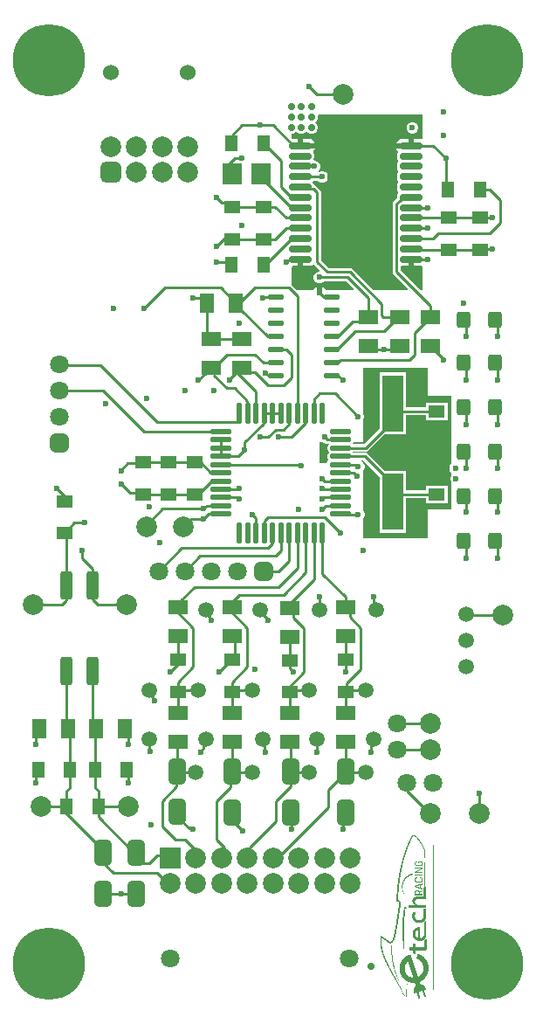
<source format=gtl>
G04*
G04 #@! TF.GenerationSoftware,Altium Limited,Altium Designer,23.0.1 (38)*
G04*
G04 Layer_Physical_Order=1*
G04 Layer_Color=255*
%FSLAX44Y44*%
%MOMM*%
G71*
G04*
G04 #@! TF.SameCoordinates,056E7371-CA95-4066-80D9-C2616C4CE960*
G04*
G04*
G04 #@! TF.FilePolarity,Positive*
G04*
G01*
G75*
%ADD11C,0.2500*%
G04:AMPARAMS|DCode=14|XSize=0.6mm|YSize=2.2mm|CornerRadius=0.15mm|HoleSize=0mm|Usage=FLASHONLY|Rotation=90.000|XOffset=0mm|YOffset=0mm|HoleType=Round|Shape=RoundedRectangle|*
%AMROUNDEDRECTD14*
21,1,0.6000,1.9000,0,0,90.0*
21,1,0.3000,2.2000,0,0,90.0*
1,1,0.3000,0.9500,0.1500*
1,1,0.3000,0.9500,-0.1500*
1,1,0.3000,-0.9500,-0.1500*
1,1,0.3000,-0.9500,0.1500*
%
%ADD14ROUNDEDRECTD14*%
G04:AMPARAMS|DCode=15|XSize=0.45mm|YSize=2mm|CornerRadius=0.1125mm|HoleSize=0mm|Usage=FLASHONLY|Rotation=90.000|XOffset=0mm|YOffset=0mm|HoleType=Round|Shape=RoundedRectangle|*
%AMROUNDEDRECTD15*
21,1,0.4500,1.7750,0,0,90.0*
21,1,0.2250,2.0000,0,0,90.0*
1,1,0.2250,0.8875,0.1125*
1,1,0.2250,0.8875,-0.1125*
1,1,0.2250,-0.8875,-0.1125*
1,1,0.2250,-0.8875,0.1125*
%
%ADD15ROUNDEDRECTD15*%
G04:AMPARAMS|DCode=16|XSize=0.45mm|YSize=2mm|CornerRadius=0.1125mm|HoleSize=0mm|Usage=FLASHONLY|Rotation=0.000|XOffset=0mm|YOffset=0mm|HoleType=Round|Shape=RoundedRectangle|*
%AMROUNDEDRECTD16*
21,1,0.4500,1.7750,0,0,0.0*
21,1,0.2250,2.0000,0,0,0.0*
1,1,0.2250,0.1125,-0.8875*
1,1,0.2250,-0.1125,-0.8875*
1,1,0.2250,-0.1125,0.8875*
1,1,0.2250,0.1125,0.8875*
%
%ADD16ROUNDEDRECTD16*%
%ADD17C,1.5000*%
%ADD18C,2.0000*%
%ADD19R,1.9500X1.4000*%
%ADD20R,1.6000X1.2000*%
%ADD21R,1.2000X1.6000*%
%ADD22R,1.4000X1.9500*%
G04:AMPARAMS|DCode=23|XSize=0.55mm|YSize=1.5mm|CornerRadius=0.1375mm|HoleSize=0mm|Usage=FLASHONLY|Rotation=270.000|XOffset=0mm|YOffset=0mm|HoleType=Round|Shape=RoundedRectangle|*
%AMROUNDEDRECTD23*
21,1,0.5500,1.2250,0,0,270.0*
21,1,0.2750,1.5000,0,0,270.0*
1,1,0.2750,-0.6125,-0.1375*
1,1,0.2750,-0.6125,0.1375*
1,1,0.2750,0.6125,0.1375*
1,1,0.2750,0.6125,-0.1375*
%
%ADD23ROUNDEDRECTD23*%
%ADD24R,2.0000X5.5000*%
G04:AMPARAMS|DCode=25|XSize=1.6mm|YSize=1.4mm|CornerRadius=0.35mm|HoleSize=0mm|Usage=FLASHONLY|Rotation=90.000|XOffset=0mm|YOffset=0mm|HoleType=Round|Shape=RoundedRectangle|*
%AMROUNDEDRECTD25*
21,1,1.6000,0.7000,0,0,90.0*
21,1,0.9000,1.4000,0,0,90.0*
1,1,0.7000,0.3500,0.4500*
1,1,0.7000,0.3500,-0.4500*
1,1,0.7000,-0.3500,-0.4500*
1,1,0.7000,-0.3500,0.4500*
%
%ADD25ROUNDEDRECTD25*%
G04:AMPARAMS|DCode=26|XSize=1.7mm|YSize=2.5mm|CornerRadius=0.425mm|HoleSize=0mm|Usage=FLASHONLY|Rotation=0.000|XOffset=0mm|YOffset=0mm|HoleType=Round|Shape=RoundedRectangle|*
%AMROUNDEDRECTD26*
21,1,1.7000,1.6500,0,0,0.0*
21,1,0.8500,2.5000,0,0,0.0*
1,1,0.8500,0.4250,-0.8250*
1,1,0.8500,-0.4250,-0.8250*
1,1,0.8500,-0.4250,0.8250*
1,1,0.8500,0.4250,0.8250*
%
%ADD26ROUNDEDRECTD26*%
G04:AMPARAMS|DCode=27|XSize=1.2mm|YSize=2.75mm|CornerRadius=0.3mm|HoleSize=0mm|Usage=FLASHONLY|Rotation=0.000|XOffset=0mm|YOffset=0mm|HoleType=Round|Shape=RoundedRectangle|*
%AMROUNDEDRECTD27*
21,1,1.2000,2.1500,0,0,0.0*
21,1,0.6000,2.7500,0,0,0.0*
1,1,0.6000,0.3000,-1.0750*
1,1,0.6000,-0.3000,-1.0750*
1,1,0.6000,-0.3000,1.0750*
1,1,0.6000,0.3000,1.0750*
%
%ADD27ROUNDEDRECTD27*%
%ADD28R,1.8500X2.0000*%
%ADD51C,1.8000*%
%ADD52R,2.0000X2.0000*%
%ADD53C,7.0000*%
%ADD54C,1.5240*%
G04:AMPARAMS|DCode=55|XSize=2mm|YSize=2mm|CornerRadius=0.5mm|HoleSize=0mm|Usage=FLASHONLY|Rotation=90.000|XOffset=0mm|YOffset=0mm|HoleType=Round|Shape=RoundedRectangle|*
%AMROUNDEDRECTD55*
21,1,2.0000,1.0000,0,0,90.0*
21,1,1.0000,2.0000,0,0,90.0*
1,1,1.0000,0.5000,0.5000*
1,1,1.0000,0.5000,-0.5000*
1,1,1.0000,-0.5000,-0.5000*
1,1,1.0000,-0.5000,0.5000*
%
%ADD55ROUNDEDRECTD55*%
G04:AMPARAMS|DCode=56|XSize=1.8mm|YSize=1.8mm|CornerRadius=0.45mm|HoleSize=0mm|Usage=FLASHONLY|Rotation=270.000|XOffset=0mm|YOffset=0mm|HoleType=Round|Shape=RoundedRectangle|*
%AMROUNDEDRECTD56*
21,1,1.8000,0.9000,0,0,270.0*
21,1,0.9000,1.8000,0,0,270.0*
1,1,0.9000,-0.4500,-0.4500*
1,1,0.9000,-0.4500,0.4500*
1,1,0.9000,0.4500,0.4500*
1,1,0.9000,0.4500,-0.4500*
%
%ADD56ROUNDEDRECTD56*%
G04:AMPARAMS|DCode=57|XSize=1.8mm|YSize=1.8mm|CornerRadius=0.45mm|HoleSize=0mm|Usage=FLASHONLY|Rotation=180.000|XOffset=0mm|YOffset=0mm|HoleType=Round|Shape=RoundedRectangle|*
%AMROUNDEDRECTD57*
21,1,1.8000,0.9000,0,0,180.0*
21,1,0.9000,1.8000,0,0,180.0*
1,1,0.9000,-0.4500,0.4500*
1,1,0.9000,0.4500,0.4500*
1,1,0.9000,0.4500,-0.4500*
1,1,0.9000,-0.4500,-0.4500*
%
%ADD57ROUNDEDRECTD57*%
%ADD58C,0.7000*%
%ADD59C,0.5000*%
%ADD60C,0.6000*%
G36*
X400000Y837301D02*
X399018Y836495D01*
X398500Y836598D01*
X391500D01*
Y830000D01*
X389000D01*
Y827500D01*
X374601D01*
X374790Y826549D01*
X375697Y825192D01*
X375895Y824895D01*
X375920Y823415D01*
X375694Y823076D01*
X375381Y821500D01*
Y818500D01*
X375694Y816924D01*
X376587Y815587D01*
Y814413D01*
X375694Y813076D01*
X375381Y811500D01*
Y808500D01*
X375694Y806924D01*
X376424Y805831D01*
X376520Y805000D01*
X376424Y804169D01*
X375694Y803076D01*
X375381Y801500D01*
Y798500D01*
X375694Y796924D01*
X376587Y795587D01*
Y794413D01*
X375694Y793076D01*
X375381Y791500D01*
Y788500D01*
X375694Y786924D01*
X376587Y785587D01*
Y784413D01*
X375694Y783076D01*
X375381Y781500D01*
Y779370D01*
X374800Y778982D01*
X372018Y776200D01*
X371180Y774946D01*
X370886Y773467D01*
Y707750D01*
X371180Y706271D01*
X372018Y705018D01*
X385862Y691173D01*
X385376Y690000D01*
X352593D01*
X332320Y710272D01*
X331066Y711110D01*
X329588Y711404D01*
X309061D01*
X301614Y718851D01*
Y783467D01*
X301364Y784724D01*
Y785000D01*
X301070Y786479D01*
X300232Y787732D01*
X296828Y791137D01*
X295574Y791974D01*
X294482Y792192D01*
X294306Y793076D01*
X293413Y794413D01*
Y795017D01*
X294456Y796136D01*
X298529D01*
X299362Y795303D01*
X301398Y794460D01*
X303602D01*
X305638Y795303D01*
X307197Y796862D01*
X308040Y798898D01*
Y801102D01*
X307197Y803138D01*
X305638Y804697D01*
X303602Y805540D01*
X301398D01*
X299362Y804697D01*
X299153Y804488D01*
X299127Y804496D01*
X298767Y805932D01*
X299697Y806862D01*
X300540Y808898D01*
Y811102D01*
X299697Y813138D01*
X298138Y814697D01*
X296102Y815540D01*
X294909D01*
X294230Y816810D01*
X294306Y816924D01*
X294619Y818500D01*
Y821500D01*
X294306Y823076D01*
X294080Y823415D01*
X294105Y824895D01*
X294303Y825192D01*
X295210Y826549D01*
X295399Y827500D01*
X281000D01*
Y830000D01*
X278500D01*
Y836598D01*
X272500D01*
Y841460D01*
X273701D01*
X275921Y842380D01*
X277500Y843958D01*
X279079Y842380D01*
X281299Y841460D01*
X283701D01*
X285921Y842380D01*
X287500Y843958D01*
X289079Y842380D01*
X291299Y841460D01*
X293701D01*
X295921Y842380D01*
X297621Y844079D01*
X298540Y846299D01*
Y848701D01*
X297621Y850921D01*
X296042Y852500D01*
X297621Y854079D01*
X298540Y856299D01*
Y858701D01*
X298440Y858944D01*
X299145Y860000D01*
X400000D01*
Y837301D01*
D02*
G37*
G36*
X391500Y713402D02*
X398500D01*
X399018Y713505D01*
X400000Y712699D01*
Y690000D01*
X397965D01*
X378614Y709351D01*
Y712675D01*
X379500Y713402D01*
X386500D01*
Y720000D01*
X391500D01*
Y713402D01*
D02*
G37*
G36*
X283500D02*
X290500D01*
X292451Y713790D01*
X293505Y714495D01*
X294828Y714515D01*
X295235Y714300D01*
X300225Y709310D01*
X299699Y708040D01*
X298898D01*
X296862Y707197D01*
X295303Y705638D01*
X294460Y703602D01*
Y701398D01*
X295303Y699362D01*
X296862Y697803D01*
X298898Y696960D01*
X301102D01*
X303138Y697803D01*
X303971Y698636D01*
X325899D01*
X333362Y691173D01*
X332876Y690000D01*
X306059D01*
X306057Y690009D01*
X305201Y691491D01*
X303991Y692701D01*
X302509Y693557D01*
X302500Y693559D01*
Y687500D01*
X297500D01*
Y693559D01*
X297491Y693557D01*
X296009Y692701D01*
X294799Y691491D01*
X293943Y690009D01*
X293941Y690000D01*
X277965D01*
X272732Y695232D01*
X272500Y695388D01*
Y711973D01*
X273438Y712911D01*
X273722Y713402D01*
X278500D01*
Y720000D01*
X283500D01*
Y713402D01*
D02*
G37*
G36*
X405000Y587500D02*
X427500D01*
Y521692D01*
X427299Y521491D01*
X426443Y520009D01*
X426000Y518356D01*
Y516644D01*
X426443Y514991D01*
X427299Y513509D01*
X427500Y513308D01*
Y509906D01*
X426960Y508602D01*
Y506398D01*
X427500Y505094D01*
Y477500D01*
X405000D01*
Y450000D01*
X342500D01*
Y468308D01*
X342701Y468509D01*
X343557Y469991D01*
X344000Y471644D01*
Y473356D01*
X343557Y475009D01*
X342701Y476491D01*
X342500Y476692D01*
Y514538D01*
X342701Y514739D01*
X343557Y516221D01*
X344000Y517874D01*
Y519586D01*
X343557Y521239D01*
X342701Y522721D01*
X341491Y523931D01*
X340009Y524787D01*
X338707Y525136D01*
X342399D01*
X358690Y508845D01*
Y455020D01*
X383770D01*
Y488196D01*
X403190D01*
Y483520D01*
X424270D01*
Y500600D01*
X403190D01*
Y495924D01*
X383770D01*
Y515100D01*
X363365D01*
X346732Y531732D01*
X345479Y532570D01*
X344000Y532864D01*
X331872D01*
X331669Y533000D01*
X331872Y533136D01*
X344500D01*
X345979Y533430D01*
X347232Y534268D01*
X362985Y550020D01*
X383770D01*
Y568696D01*
X403190D01*
Y564020D01*
X424270D01*
Y581100D01*
X403190D01*
Y576424D01*
X383770D01*
Y610100D01*
X358690D01*
Y556655D01*
X342899Y540864D01*
X331872D01*
X331669Y541000D01*
X332017Y541233D01*
X332827Y542445D01*
X332838Y542500D01*
X342500D01*
Y565094D01*
X343040Y566398D01*
Y568602D01*
X342500Y569906D01*
Y615000D01*
X405000D01*
Y587500D01*
D02*
G37*
G36*
X334991Y524787D02*
X334895Y524732D01*
X334310Y524848D01*
X333118D01*
X332926Y525136D01*
X336293D01*
X334991Y524787D01*
D02*
G37*
G36*
X303898Y541960D02*
X305228D01*
X306021Y541430D01*
X307500Y541136D01*
X309128D01*
X309331Y541000D01*
X308983Y540767D01*
X308173Y539555D01*
X307888Y538125D01*
Y535875D01*
X308173Y534445D01*
X308983Y533233D01*
X309331Y533000D01*
X308983Y532767D01*
X308173Y531555D01*
X307888Y530125D01*
Y527875D01*
X308173Y526445D01*
X308664Y525709D01*
X308291Y525459D01*
X307268Y523930D01*
X306984Y522500D01*
X300000D01*
Y542500D01*
X302594D01*
X303898Y541960D01*
D02*
G37*
G36*
X398605Y136511D02*
X399001D01*
Y136412D01*
X399298D01*
Y136313D01*
X399397D01*
Y136215D01*
X399496D01*
Y136116D01*
X399594D01*
Y136017D01*
X399693D01*
Y135918D01*
X399792D01*
Y135819D01*
X399891D01*
Y135621D01*
X399990D01*
Y135325D01*
X400089D01*
Y132951D01*
X399990D01*
Y132754D01*
X399891D01*
Y132556D01*
X399792D01*
Y132358D01*
X399693D01*
Y132259D01*
X399594D01*
Y132160D01*
X399496D01*
Y132061D01*
X399298D01*
Y131962D01*
X399199D01*
Y131864D01*
X398902D01*
Y131765D01*
X393661D01*
Y131864D01*
X393463D01*
Y131962D01*
X393266D01*
Y132061D01*
X393167D01*
Y132160D01*
X392969D01*
Y132259D01*
X392870D01*
Y132457D01*
X392771D01*
Y132556D01*
X392672D01*
Y132852D01*
X392573D01*
Y133149D01*
X392475D01*
Y135226D01*
X392573D01*
Y135522D01*
X392672D01*
Y135720D01*
X392771D01*
Y135918D01*
X392870D01*
Y136017D01*
X392969D01*
Y136116D01*
X393068D01*
Y136215D01*
X393167D01*
Y136313D01*
X393364D01*
Y136412D01*
X393562D01*
Y136511D01*
X393958D01*
Y136610D01*
X394848D01*
Y136511D01*
X394947D01*
Y136412D01*
X395046D01*
Y135720D01*
X394947D01*
Y135621D01*
X394848D01*
Y135522D01*
X393859D01*
Y135424D01*
X393661D01*
Y135325D01*
X393562D01*
Y135127D01*
X393463D01*
Y133149D01*
X393562D01*
Y132951D01*
X393760D01*
Y132852D01*
X393958D01*
Y132754D01*
X398605D01*
Y132852D01*
X398902D01*
Y132951D01*
X399001D01*
Y133050D01*
X399100D01*
Y133347D01*
X399199D01*
Y134929D01*
X399100D01*
Y135226D01*
X399001D01*
Y135325D01*
X398902D01*
Y135424D01*
X398803D01*
Y135522D01*
X396925D01*
Y134237D01*
X396826D01*
Y134138D01*
X396133D01*
Y134237D01*
X396035D01*
Y136412D01*
X396133D01*
Y136511D01*
X396232D01*
Y136610D01*
X398605D01*
Y136511D01*
D02*
G37*
G36*
X399891Y130183D02*
X400089D01*
Y129391D01*
X399990D01*
Y129293D01*
X399891D01*
Y129194D01*
X399693D01*
Y129095D01*
X399496D01*
Y128996D01*
X399397D01*
Y128897D01*
X399199D01*
Y128798D01*
X399001D01*
Y128699D01*
X398803D01*
Y128600D01*
X398704D01*
Y128502D01*
X398507D01*
Y128403D01*
X398309D01*
Y128304D01*
X398111D01*
Y128205D01*
X398012D01*
Y128106D01*
X397814D01*
Y128007D01*
X397617D01*
Y127908D01*
X397419D01*
Y127809D01*
X397320D01*
Y127710D01*
X397122D01*
Y127612D01*
X396925D01*
Y127513D01*
X396727D01*
Y127414D01*
X396628D01*
Y127315D01*
X396430D01*
Y127216D01*
X396232D01*
Y127117D01*
X396133D01*
Y127018D01*
X395936D01*
Y126919D01*
X395738D01*
Y126820D01*
X395540D01*
Y126721D01*
X395342D01*
Y126623D01*
X395243D01*
Y126524D01*
X395046D01*
Y126425D01*
X394848D01*
Y126326D01*
X394650D01*
Y126227D01*
X399891D01*
Y126128D01*
X400089D01*
Y125238D01*
X399891D01*
Y125139D01*
X392672D01*
Y125238D01*
X392573D01*
Y125337D01*
X392475D01*
Y126029D01*
X392573D01*
Y126128D01*
X392672D01*
Y126227D01*
X392870D01*
Y126326D01*
X393068D01*
Y126425D01*
X393167D01*
Y126524D01*
X393364D01*
Y126623D01*
X393562D01*
Y126721D01*
X393760D01*
Y126820D01*
X393859D01*
Y126919D01*
X394057D01*
Y127018D01*
X394254D01*
Y127117D01*
X394452D01*
Y127216D01*
X394551D01*
Y127315D01*
X394749D01*
Y127414D01*
X394947D01*
Y127513D01*
X395145D01*
Y127612D01*
X395243D01*
Y127710D01*
X395441D01*
Y127809D01*
X395639D01*
Y127908D01*
X395837D01*
Y128007D01*
X395936D01*
Y128106D01*
X396133D01*
Y128205D01*
X396331D01*
Y128304D01*
X396529D01*
Y128403D01*
X396628D01*
Y128502D01*
X396826D01*
Y128600D01*
X397023D01*
Y128699D01*
X397221D01*
Y128798D01*
X397320D01*
Y128897D01*
X397518D01*
Y128996D01*
X397716D01*
Y129095D01*
X397913D01*
Y129194D01*
X398012D01*
Y129293D01*
X397716D01*
Y129194D01*
X392771D01*
Y129293D01*
X392573D01*
Y129391D01*
X392475D01*
Y130084D01*
X392573D01*
Y130183D01*
X392672D01*
Y130281D01*
X399891D01*
Y130183D01*
D02*
G37*
G36*
X399990Y123359D02*
X400089D01*
Y122568D01*
X399990D01*
Y122469D01*
X392573D01*
Y122568D01*
X392475D01*
Y123260D01*
X392573D01*
Y123458D01*
X399990D01*
Y123359D01*
D02*
G37*
G36*
X398803Y120887D02*
X399100D01*
Y120788D01*
X399298D01*
Y120689D01*
X399397D01*
Y120591D01*
X399594D01*
Y120492D01*
X399693D01*
Y120294D01*
X399792D01*
Y120195D01*
X399891D01*
Y119997D01*
X399990D01*
Y119701D01*
X400089D01*
Y117228D01*
X399990D01*
Y116932D01*
X399891D01*
Y116833D01*
X399792D01*
Y116635D01*
X399693D01*
Y116536D01*
X399594D01*
Y116437D01*
X399496D01*
Y116338D01*
X399397D01*
Y116240D01*
X399199D01*
Y116141D01*
X399001D01*
Y116042D01*
X398309D01*
Y115943D01*
X394254D01*
Y116042D01*
X393562D01*
Y116141D01*
X393364D01*
Y116240D01*
X393266D01*
Y116338D01*
X393068D01*
Y116437D01*
X392969D01*
Y116536D01*
X392870D01*
Y116734D01*
X392771D01*
Y116833D01*
X392672D01*
Y117031D01*
X392573D01*
Y117327D01*
X392475D01*
Y119602D01*
X392573D01*
Y119898D01*
X392672D01*
Y120096D01*
X392771D01*
Y120294D01*
X392870D01*
Y120393D01*
X392969D01*
Y120492D01*
X393068D01*
Y120591D01*
X393167D01*
Y120689D01*
X393364D01*
Y120788D01*
X393463D01*
Y120887D01*
X393859D01*
Y120986D01*
X394947D01*
Y120887D01*
X395046D01*
Y120788D01*
X395145D01*
Y120096D01*
X395046D01*
Y119997D01*
X394848D01*
Y119898D01*
X393760D01*
Y119799D01*
X393661D01*
Y119701D01*
X393562D01*
Y119602D01*
X393463D01*
Y117426D01*
X393562D01*
Y117228D01*
X393661D01*
Y117129D01*
X393859D01*
Y117031D01*
X398704D01*
Y117129D01*
X398902D01*
Y117228D01*
X399001D01*
Y117327D01*
X399100D01*
Y117624D01*
X399199D01*
Y119404D01*
X399100D01*
Y119602D01*
X399001D01*
Y119799D01*
X398803D01*
Y119898D01*
X397716D01*
Y119997D01*
X397518D01*
Y120887D01*
X397617D01*
Y120986D01*
X398803D01*
Y120887D01*
D02*
G37*
G36*
X399990Y114954D02*
X400089D01*
Y114163D01*
X399990D01*
Y114064D01*
X399792D01*
Y113965D01*
X399496D01*
Y113866D01*
X399199D01*
Y113767D01*
X398902D01*
Y113668D01*
X398605D01*
Y113569D01*
X398309D01*
Y113471D01*
X398210D01*
Y110900D01*
X398309D01*
Y110801D01*
X398507D01*
Y110702D01*
X398803D01*
Y110603D01*
X399100D01*
Y110504D01*
X399397D01*
Y110405D01*
X399792D01*
Y110306D01*
X399990D01*
Y110207D01*
X400089D01*
Y109317D01*
X399594D01*
Y109416D01*
X399298D01*
Y109515D01*
X398902D01*
Y109614D01*
X398605D01*
Y109713D01*
X398309D01*
Y109812D01*
X398012D01*
Y109911D01*
X397617D01*
Y110010D01*
X397320D01*
Y110108D01*
X397023D01*
Y110207D01*
X396727D01*
Y110306D01*
X396331D01*
Y110405D01*
X396035D01*
Y110504D01*
X395738D01*
Y110603D01*
X395342D01*
Y110702D01*
X395046D01*
Y110801D01*
X394749D01*
Y110900D01*
X394353D01*
Y110998D01*
X394057D01*
Y111097D01*
X393760D01*
Y111196D01*
X393463D01*
Y111295D01*
X393068D01*
Y111394D01*
X392771D01*
Y111493D01*
X392573D01*
Y111691D01*
X392475D01*
Y112680D01*
X392573D01*
Y112779D01*
X392672D01*
Y112877D01*
X392870D01*
Y112976D01*
X393167D01*
Y113075D01*
X393463D01*
Y113174D01*
X393760D01*
Y113273D01*
X394156D01*
Y113372D01*
X394452D01*
Y113471D01*
X394848D01*
Y113569D01*
X395145D01*
Y113668D01*
X395441D01*
Y113767D01*
X395738D01*
Y113866D01*
X396035D01*
Y113965D01*
X396430D01*
Y114064D01*
X396727D01*
Y114163D01*
X397023D01*
Y114262D01*
X397419D01*
Y114361D01*
X397716D01*
Y114460D01*
X398111D01*
Y114558D01*
X398408D01*
Y114657D01*
X398704D01*
Y114756D01*
X399001D01*
Y114855D01*
X399397D01*
Y114954D01*
X399693D01*
Y115053D01*
X399990D01*
Y114954D01*
D02*
G37*
G36*
X400089Y107636D02*
X399990D01*
Y107537D01*
X399891D01*
Y107439D01*
X399693D01*
Y107340D01*
X399496D01*
Y107241D01*
X399298D01*
Y107142D01*
X399100D01*
Y107043D01*
X398902D01*
Y106944D01*
X398704D01*
Y106845D01*
X398507D01*
Y106746D01*
X398309D01*
Y106648D01*
X398012D01*
Y106549D01*
X397814D01*
Y106450D01*
X397617D01*
Y106351D01*
X397419D01*
Y106252D01*
X397221D01*
Y106153D01*
X397122D01*
Y104670D01*
X399990D01*
Y104571D01*
X400089D01*
Y103780D01*
X399891D01*
Y103681D01*
X392573D01*
Y103780D01*
X392475D01*
Y106944D01*
X392573D01*
Y107241D01*
X392672D01*
Y107537D01*
X392771D01*
Y107636D01*
X392870D01*
Y107834D01*
X392969D01*
Y107933D01*
X393167D01*
Y108032D01*
X393266D01*
Y108131D01*
X393463D01*
Y108230D01*
X393661D01*
Y108329D01*
X395936D01*
Y108230D01*
X396232D01*
Y108131D01*
X396430D01*
Y108032D01*
X396529D01*
Y107933D01*
X396628D01*
Y107834D01*
X396727D01*
Y107735D01*
X396826D01*
Y107537D01*
X396925D01*
Y107340D01*
X397023D01*
Y107241D01*
X397221D01*
Y107340D01*
X397419D01*
Y107439D01*
X397617D01*
Y107537D01*
X397814D01*
Y107636D01*
X398012D01*
Y107735D01*
X398309D01*
Y107834D01*
X398507D01*
Y107933D01*
X398704D01*
Y108032D01*
X398902D01*
Y108131D01*
X399100D01*
Y108230D01*
X399298D01*
Y108329D01*
X399496D01*
Y108427D01*
X399693D01*
Y108526D01*
X400089D01*
Y107636D01*
D02*
G37*
G36*
X390398Y124546D02*
X390497D01*
Y123557D01*
X390398D01*
Y123458D01*
X390299D01*
Y123359D01*
X389903D01*
Y123260D01*
X389508D01*
Y123162D01*
X389112D01*
Y123063D01*
X388816D01*
Y122964D01*
X388618D01*
Y122865D01*
X388321D01*
Y122766D01*
X388124D01*
Y122667D01*
X387827D01*
Y122568D01*
X387629D01*
Y122469D01*
X387431D01*
Y122371D01*
X387234D01*
Y122272D01*
X387036D01*
Y122173D01*
X386838D01*
Y122074D01*
X386739D01*
Y121975D01*
X386541D01*
Y121876D01*
X386344D01*
Y121777D01*
X386245D01*
Y121678D01*
X386047D01*
Y121579D01*
X385948D01*
Y121481D01*
X385750D01*
Y121382D01*
X385651D01*
Y121283D01*
X385552D01*
Y121184D01*
X385355D01*
Y121085D01*
X385256D01*
Y120986D01*
X385157D01*
Y120887D01*
X385058D01*
Y120788D01*
X384860D01*
Y120689D01*
X384761D01*
Y120591D01*
X384663D01*
Y120492D01*
X384564D01*
Y120393D01*
X384465D01*
Y120294D01*
X384366D01*
Y120195D01*
X384267D01*
Y120096D01*
X384168D01*
Y119997D01*
X384069D01*
Y119898D01*
X383970D01*
Y119799D01*
X383871D01*
Y119701D01*
X383773D01*
Y119602D01*
X383674D01*
Y119503D01*
X383575D01*
Y119404D01*
X383476D01*
Y119305D01*
X383377D01*
Y119107D01*
X383278D01*
Y119008D01*
X383179D01*
Y118910D01*
X383080D01*
Y118712D01*
X382981D01*
Y118613D01*
X382882D01*
Y118514D01*
X382784D01*
Y118316D01*
X382685D01*
Y118217D01*
X382586D01*
Y118020D01*
X382487D01*
Y117822D01*
X382388D01*
Y117723D01*
X382289D01*
Y117525D01*
X382190D01*
Y117327D01*
X382091D01*
Y117129D01*
X381993D01*
Y116932D01*
X381894D01*
Y116833D01*
X381795D01*
Y116536D01*
X381696D01*
Y116338D01*
X381597D01*
Y116141D01*
X381498D01*
Y115844D01*
X381399D01*
Y115646D01*
X381300D01*
Y115350D01*
X381202D01*
Y114954D01*
X381103D01*
Y114657D01*
X381004D01*
Y114361D01*
X380905D01*
Y113866D01*
X380806D01*
Y113372D01*
X380707D01*
Y112482D01*
X380608D01*
Y110108D01*
X380707D01*
Y109317D01*
X380806D01*
Y108724D01*
X380905D01*
Y108329D01*
X381004D01*
Y107933D01*
X381103D01*
Y107636D01*
X381202D01*
Y107340D01*
X381300D01*
Y107043D01*
X381399D01*
Y106746D01*
X381498D01*
Y106549D01*
X381597D01*
Y106351D01*
X381696D01*
Y106054D01*
X381795D01*
Y105856D01*
X381894D01*
Y105659D01*
X381993D01*
Y105461D01*
X382091D01*
Y105263D01*
X382190D01*
Y105065D01*
X382289D01*
Y104966D01*
X382388D01*
Y104769D01*
X382487D01*
Y104571D01*
X382586D01*
Y104472D01*
X382685D01*
Y104274D01*
X382784D01*
Y104175D01*
X382882D01*
Y103977D01*
X382981D01*
Y103879D01*
X383080D01*
Y103780D01*
X383179D01*
Y103681D01*
X383278D01*
Y103483D01*
X383377D01*
Y103384D01*
X383476D01*
Y103285D01*
X383575D01*
Y103187D01*
X383674D01*
Y102989D01*
X383773D01*
Y102890D01*
X383871D01*
Y102791D01*
X383970D01*
Y102692D01*
X383773D01*
Y102791D01*
X383674D01*
Y102890D01*
X383575D01*
Y102989D01*
X383377D01*
Y103187D01*
X383278D01*
Y103285D01*
X383179D01*
Y103384D01*
X383080D01*
Y103483D01*
X382981D01*
Y103582D01*
X382882D01*
Y103681D01*
X382784D01*
Y103780D01*
X382685D01*
Y103879D01*
X382586D01*
Y104076D01*
X382487D01*
Y104175D01*
X382388D01*
Y104274D01*
X382289D01*
Y104472D01*
X382190D01*
Y104571D01*
X382091D01*
Y104769D01*
X381993D01*
Y104868D01*
X381894D01*
Y105065D01*
X381795D01*
Y105164D01*
X381696D01*
Y105362D01*
X381597D01*
Y105461D01*
X381498D01*
Y105659D01*
X381399D01*
Y105856D01*
X381300D01*
Y106054D01*
X381202D01*
Y106252D01*
X381103D01*
Y106450D01*
X381004D01*
Y106648D01*
X380905D01*
Y106845D01*
X380806D01*
Y107043D01*
X380707D01*
Y107340D01*
X380608D01*
Y107636D01*
X380509D01*
Y107933D01*
X380410D01*
Y108230D01*
X380312D01*
Y108526D01*
X380213D01*
Y108922D01*
X380114D01*
Y109317D01*
X380015D01*
Y109911D01*
X379916D01*
Y110603D01*
X379817D01*
Y113174D01*
X379916D01*
Y113866D01*
X380015D01*
Y114460D01*
X380114D01*
Y114954D01*
X380213D01*
Y115350D01*
X380312D01*
Y115646D01*
X380410D01*
Y115943D01*
X380509D01*
Y116240D01*
X380608D01*
Y116536D01*
X380707D01*
Y116734D01*
X380806D01*
Y117031D01*
X380905D01*
Y117228D01*
X381004D01*
Y117426D01*
X381103D01*
Y117624D01*
X381202D01*
Y117822D01*
X381300D01*
Y118020D01*
X381399D01*
Y118217D01*
X381498D01*
Y118415D01*
X381597D01*
Y118613D01*
X381696D01*
Y118712D01*
X381795D01*
Y118910D01*
X381894D01*
Y119008D01*
X381993D01*
Y119206D01*
X382091D01*
Y119305D01*
X382190D01*
Y119503D01*
X382289D01*
Y119602D01*
X382388D01*
Y119701D01*
X382487D01*
Y119898D01*
X382586D01*
Y119997D01*
X382685D01*
Y120096D01*
X382784D01*
Y120195D01*
X382882D01*
Y120393D01*
X382981D01*
Y120492D01*
X383080D01*
Y120591D01*
X383179D01*
Y120689D01*
X383278D01*
Y120788D01*
X383377D01*
Y120887D01*
X383476D01*
Y120986D01*
X383575D01*
Y121085D01*
X383674D01*
Y121184D01*
X383773D01*
Y121283D01*
X383871D01*
Y121382D01*
X383970D01*
Y121481D01*
X384069D01*
Y121579D01*
X384168D01*
Y121678D01*
X384267D01*
Y121777D01*
X384366D01*
Y121876D01*
X384465D01*
Y121975D01*
X384663D01*
Y122074D01*
X384761D01*
Y122173D01*
X384860D01*
Y122272D01*
X385058D01*
Y122371D01*
X385157D01*
Y122469D01*
X385256D01*
Y122568D01*
X385454D01*
Y122667D01*
X385552D01*
Y122766D01*
X385750D01*
Y122865D01*
X385849D01*
Y122964D01*
X386047D01*
Y123063D01*
X386146D01*
Y123162D01*
X386344D01*
Y123260D01*
X386541D01*
Y123359D01*
X386739D01*
Y123458D01*
X386937D01*
Y123557D01*
X387135D01*
Y123656D01*
X387332D01*
Y123755D01*
X387530D01*
Y123854D01*
X387728D01*
Y123953D01*
X387926D01*
Y124052D01*
X388222D01*
Y124150D01*
X388519D01*
Y124249D01*
X388717D01*
Y124348D01*
X389013D01*
Y124447D01*
X389409D01*
Y124546D01*
X389706D01*
Y124645D01*
X390101D01*
Y124744D01*
X390398D01*
Y124546D01*
D02*
G37*
G36*
X391684Y162024D02*
X391980D01*
Y161925D01*
X392178D01*
Y161826D01*
X392376D01*
Y161727D01*
X392573D01*
Y161628D01*
X392771D01*
Y161530D01*
X392969D01*
Y161431D01*
X393068D01*
Y161332D01*
X393266D01*
Y161233D01*
X393364D01*
Y161134D01*
X393562D01*
Y161035D01*
X393661D01*
Y160936D01*
X393760D01*
Y160837D01*
X393859D01*
Y160739D01*
X394057D01*
Y160640D01*
X394156D01*
Y160541D01*
X394254D01*
Y160442D01*
X394353D01*
Y160343D01*
X394452D01*
Y160244D01*
X394551D01*
Y160145D01*
X394650D01*
Y160046D01*
X394749D01*
Y159947D01*
X394848D01*
Y159849D01*
X394947D01*
Y159750D01*
X395046D01*
Y159651D01*
X395145D01*
Y159552D01*
X395243D01*
Y159453D01*
X395342D01*
Y159354D01*
X395441D01*
Y159156D01*
X395540D01*
Y159058D01*
X395639D01*
Y158959D01*
X395738D01*
Y158860D01*
X395837D01*
Y158761D01*
X395936D01*
Y158563D01*
X396035D01*
Y158464D01*
X396133D01*
Y158365D01*
X396232D01*
Y158266D01*
X396331D01*
Y158069D01*
X396430D01*
Y157970D01*
X396529D01*
Y157871D01*
X396628D01*
Y157673D01*
X396727D01*
Y157574D01*
X396826D01*
Y157376D01*
X396925D01*
Y157277D01*
X397023D01*
Y157179D01*
X397122D01*
Y156981D01*
X397221D01*
Y156882D01*
X397320D01*
Y156684D01*
X397419D01*
Y156585D01*
X397518D01*
Y156388D01*
X397617D01*
Y156289D01*
X397716D01*
Y156091D01*
X397814D01*
Y155992D01*
X397913D01*
Y155794D01*
X398012D01*
Y155695D01*
X398111D01*
Y155498D01*
X398210D01*
Y155300D01*
X398309D01*
Y155201D01*
X398408D01*
Y155003D01*
X398507D01*
Y154904D01*
X398605D01*
Y154706D01*
X398704D01*
Y154509D01*
X398803D01*
Y154410D01*
X398902D01*
Y154212D01*
X399001D01*
Y154113D01*
X399100D01*
Y153915D01*
X399199D01*
Y153718D01*
X399298D01*
Y153520D01*
X399397D01*
Y153421D01*
X399496D01*
Y153223D01*
X399594D01*
Y153025D01*
X399693D01*
Y152828D01*
X399792D01*
Y152630D01*
X399891D01*
Y152531D01*
X399990D01*
Y152333D01*
X400089D01*
Y152135D01*
X400188D01*
Y151938D01*
X400287D01*
Y151740D01*
X400386D01*
Y151542D01*
X400484D01*
Y151443D01*
X400583D01*
Y151245D01*
X400682D01*
Y151048D01*
X400781D01*
Y150850D01*
X400880D01*
Y150652D01*
X400979D01*
Y150454D01*
X401078D01*
Y150257D01*
X401177D01*
Y150059D01*
X401275D01*
Y149861D01*
X401374D01*
Y149663D01*
X401473D01*
Y149466D01*
X401572D01*
Y149268D01*
X401671D01*
Y149070D01*
X401770D01*
Y148872D01*
X401869D01*
Y148674D01*
X401968D01*
Y148477D01*
X402067D01*
Y148279D01*
X402165D01*
Y148081D01*
X402264D01*
Y147883D01*
X402363D01*
Y147685D01*
X402462D01*
Y147389D01*
X402561D01*
Y144917D01*
X402462D01*
Y141554D01*
X402363D01*
Y138094D01*
X402264D01*
Y137500D01*
X402165D01*
Y136313D01*
X402264D01*
Y132754D01*
X402363D01*
Y129194D01*
X402462D01*
Y125733D01*
X402561D01*
Y122173D01*
X402660D01*
Y118712D01*
X402759D01*
Y115152D01*
X402858D01*
Y111493D01*
X402957D01*
Y108329D01*
X403055D01*
Y106351D01*
X403154D01*
Y104472D01*
X403253D01*
Y102890D01*
X403352D01*
Y101011D01*
X403451D01*
Y100319D01*
X403352D01*
Y100121D01*
X403253D01*
Y100022D01*
X403154D01*
Y99923D01*
X403055D01*
Y99824D01*
X402957D01*
Y99726D01*
X394947D01*
Y99627D01*
X394452D01*
Y99528D01*
X394057D01*
Y99429D01*
X393859D01*
Y99330D01*
X393661D01*
Y99231D01*
X393463D01*
Y99132D01*
X393364D01*
Y99033D01*
X393167D01*
Y98934D01*
X393068D01*
Y98835D01*
X392969D01*
Y98638D01*
X392870D01*
Y98539D01*
X392771D01*
Y98440D01*
X392672D01*
Y98242D01*
X392573D01*
Y97945D01*
X392475D01*
Y96858D01*
X392573D01*
Y96462D01*
X392672D01*
Y96166D01*
X392771D01*
Y95968D01*
X392870D01*
Y95770D01*
X392969D01*
Y95671D01*
X393068D01*
Y95473D01*
X393167D01*
Y95374D01*
X393266D01*
Y95275D01*
X393364D01*
Y95177D01*
X393463D01*
Y95078D01*
X393562D01*
Y94979D01*
X393661D01*
Y94880D01*
X393859D01*
Y94781D01*
X393958D01*
Y94682D01*
X394156D01*
Y94583D01*
X394254D01*
Y94484D01*
X394452D01*
Y94386D01*
X394749D01*
Y94287D01*
X394947D01*
Y94188D01*
X395342D01*
Y94089D01*
X395936D01*
Y93990D01*
X399990D01*
Y94089D01*
X402957D01*
Y93990D01*
X403154D01*
Y93891D01*
X403253D01*
Y93792D01*
X403352D01*
Y93693D01*
X403451D01*
Y93496D01*
X403550D01*
Y91716D01*
X403451D01*
Y91617D01*
X403352D01*
Y91419D01*
X403154D01*
Y91320D01*
X403055D01*
Y91221D01*
X398902D01*
Y91122D01*
X387135D01*
Y91221D01*
X387036D01*
Y91320D01*
X386937D01*
Y91419D01*
X386838D01*
Y91518D01*
X386739D01*
Y91617D01*
X386640D01*
Y93496D01*
X386739D01*
Y93693D01*
X386838D01*
Y93792D01*
X387036D01*
Y93891D01*
X387135D01*
Y93990D01*
X391782D01*
Y94089D01*
X391881D01*
Y94484D01*
X391782D01*
Y94583D01*
X391684D01*
Y94682D01*
X391585D01*
Y94781D01*
X391486D01*
Y94880D01*
X391387D01*
Y95078D01*
X391288D01*
Y95177D01*
X391189D01*
Y95275D01*
X391090D01*
Y95374D01*
X390991D01*
Y95572D01*
X390892D01*
Y95671D01*
X390793D01*
Y95869D01*
X390695D01*
Y95968D01*
X390596D01*
Y96166D01*
X390497D01*
Y96363D01*
X390398D01*
Y96660D01*
X390299D01*
Y96957D01*
X390200D01*
Y97253D01*
X390101D01*
Y97847D01*
X390002D01*
Y98539D01*
X390101D01*
Y99231D01*
X390200D01*
Y99528D01*
X390299D01*
Y99726D01*
X390398D01*
Y100022D01*
X390497D01*
Y100220D01*
X390596D01*
Y100319D01*
X390695D01*
Y100517D01*
X390793D01*
Y100615D01*
X390892D01*
Y100714D01*
X390991D01*
Y100813D01*
X391090D01*
Y101011D01*
X391189D01*
Y101110D01*
X391288D01*
Y101209D01*
X391486D01*
Y101308D01*
X391585D01*
Y101406D01*
X391684D01*
Y101505D01*
X391782D01*
Y101604D01*
X391980D01*
Y101703D01*
X392178D01*
Y101802D01*
X392277D01*
Y101901D01*
X392573D01*
Y102000D01*
X392771D01*
Y102099D01*
X393068D01*
Y102198D01*
X393562D01*
Y102296D01*
X397814D01*
Y102395D01*
X401078D01*
Y110603D01*
X401177D01*
Y113471D01*
X401275D01*
Y116240D01*
X401374D01*
Y119008D01*
X401473D01*
Y121876D01*
X401572D01*
Y124645D01*
X401671D01*
Y127414D01*
X401770D01*
Y130183D01*
X401869D01*
Y132951D01*
X401968D01*
Y135720D01*
X402067D01*
Y139873D01*
X401968D01*
Y142444D01*
X401869D01*
Y145213D01*
X401770D01*
Y147191D01*
X401671D01*
Y147389D01*
X401572D01*
Y147587D01*
X401473D01*
Y147784D01*
X401374D01*
Y147982D01*
X401275D01*
Y148180D01*
X401177D01*
Y148378D01*
X401078D01*
Y148575D01*
X400979D01*
Y148773D01*
X400880D01*
Y148971D01*
X400781D01*
Y149169D01*
X400682D01*
Y149367D01*
X400583D01*
Y149564D01*
X400484D01*
Y149762D01*
X400386D01*
Y149861D01*
X400287D01*
Y150059D01*
X400188D01*
Y150257D01*
X400089D01*
Y150454D01*
X399990D01*
Y150652D01*
X399891D01*
Y150850D01*
X399792D01*
Y151048D01*
X399693D01*
Y151146D01*
X399594D01*
Y151344D01*
X399496D01*
Y151542D01*
X399397D01*
Y151740D01*
X399298D01*
Y151938D01*
X399199D01*
Y152037D01*
X399100D01*
Y152234D01*
X399001D01*
Y152432D01*
X398902D01*
Y152630D01*
X398803D01*
Y152729D01*
X398704D01*
Y152927D01*
X398605D01*
Y153124D01*
X398507D01*
Y153223D01*
X398408D01*
Y153421D01*
X398309D01*
Y153619D01*
X398210D01*
Y153718D01*
X398111D01*
Y153915D01*
X398012D01*
Y154014D01*
X397913D01*
Y154212D01*
X397814D01*
Y154410D01*
X397716D01*
Y154509D01*
X397617D01*
Y154706D01*
X397518D01*
Y154805D01*
X397419D01*
Y155003D01*
X397320D01*
Y155102D01*
X397221D01*
Y155300D01*
X397122D01*
Y155399D01*
X397023D01*
Y155597D01*
X396925D01*
Y155695D01*
X396826D01*
Y155893D01*
X396727D01*
Y155992D01*
X396628D01*
Y156190D01*
X396529D01*
Y156289D01*
X396430D01*
Y156388D01*
X396331D01*
Y156585D01*
X396232D01*
Y156684D01*
X396133D01*
Y156882D01*
X396035D01*
Y156981D01*
X395936D01*
Y157080D01*
X395837D01*
Y157277D01*
X395738D01*
Y157376D01*
X395639D01*
Y157475D01*
X395540D01*
Y157574D01*
X395441D01*
Y157772D01*
X395342D01*
Y157871D01*
X395243D01*
Y157970D01*
X395145D01*
Y158069D01*
X395046D01*
Y158167D01*
X394947D01*
Y158365D01*
X394848D01*
Y158464D01*
X394749D01*
Y158563D01*
X394650D01*
Y158662D01*
X394551D01*
Y158761D01*
X394452D01*
Y158860D01*
X394353D01*
Y158959D01*
X394254D01*
Y159058D01*
X394156D01*
Y159156D01*
X394057D01*
Y159255D01*
X393958D01*
Y159354D01*
X393859D01*
Y159453D01*
X393760D01*
Y159552D01*
X393661D01*
Y159651D01*
X393562D01*
Y159750D01*
X393463D01*
Y159849D01*
X393364D01*
Y159947D01*
X393266D01*
Y160046D01*
X393068D01*
Y160145D01*
X392969D01*
Y160244D01*
X392870D01*
Y160343D01*
X392672D01*
Y160442D01*
X392573D01*
Y160541D01*
X392376D01*
Y160640D01*
X392178D01*
Y160739D01*
X391980D01*
Y160837D01*
X391782D01*
Y160936D01*
X391387D01*
Y161035D01*
X390991D01*
Y160936D01*
X390892D01*
Y160837D01*
X390793D01*
Y160739D01*
X390695D01*
Y160541D01*
X390596D01*
Y160343D01*
X390497D01*
Y160244D01*
X390398D01*
Y160046D01*
X390299D01*
Y159849D01*
X390200D01*
Y159651D01*
X390101D01*
Y159552D01*
X390002D01*
Y159354D01*
X389903D01*
Y159156D01*
X389805D01*
Y158959D01*
X389706D01*
Y158761D01*
X389607D01*
Y158563D01*
X389508D01*
Y158464D01*
X389409D01*
Y158266D01*
X389310D01*
Y158069D01*
X389211D01*
Y157772D01*
X389112D01*
Y157673D01*
X389013D01*
Y157475D01*
X388915D01*
Y157277D01*
X388816D01*
Y157080D01*
X388717D01*
Y156882D01*
X388618D01*
Y156684D01*
X388519D01*
Y156486D01*
X388420D01*
Y156289D01*
X388321D01*
Y155992D01*
X388222D01*
Y155794D01*
X388124D01*
Y155597D01*
X388025D01*
Y155399D01*
X387926D01*
Y155201D01*
X387827D01*
Y154904D01*
X387728D01*
Y154706D01*
X387629D01*
Y154509D01*
X387530D01*
Y154311D01*
X387431D01*
Y154113D01*
X387332D01*
Y153816D01*
X387234D01*
Y153619D01*
X387135D01*
Y153421D01*
X387036D01*
Y153124D01*
X386937D01*
Y152927D01*
X386838D01*
Y152729D01*
X386739D01*
Y152432D01*
X386640D01*
Y152234D01*
X386541D01*
Y152037D01*
X386442D01*
Y151740D01*
X386344D01*
Y151542D01*
X386245D01*
Y151245D01*
X386146D01*
Y151048D01*
X386047D01*
Y150751D01*
X385948D01*
Y150454D01*
X385849D01*
Y150257D01*
X385750D01*
Y149960D01*
X385651D01*
Y149762D01*
X385552D01*
Y149466D01*
X385454D01*
Y149268D01*
X385355D01*
Y148971D01*
X385256D01*
Y148773D01*
X385157D01*
Y148477D01*
X385058D01*
Y148180D01*
X384959D01*
Y147883D01*
X384860D01*
Y147587D01*
X384761D01*
Y147290D01*
X384663D01*
Y147092D01*
X384564D01*
Y146796D01*
X384465D01*
Y146499D01*
X384366D01*
Y146202D01*
X384267D01*
Y145906D01*
X384168D01*
Y145609D01*
X384069D01*
Y145312D01*
X383970D01*
Y145016D01*
X383871D01*
Y144719D01*
X383773D01*
Y144422D01*
X383674D01*
Y144126D01*
X383575D01*
Y143829D01*
X383476D01*
Y143433D01*
X383377D01*
Y143236D01*
X383278D01*
Y142840D01*
X383179D01*
Y142543D01*
X383080D01*
Y142247D01*
X382981D01*
Y141950D01*
X382882D01*
Y141653D01*
X382784D01*
Y141258D01*
X382685D01*
Y140961D01*
X382586D01*
Y140566D01*
X382487D01*
Y140269D01*
X382388D01*
Y139873D01*
X382289D01*
Y139478D01*
X382190D01*
Y139181D01*
X382091D01*
Y138786D01*
X381993D01*
Y138489D01*
X381894D01*
Y138094D01*
X381795D01*
Y137698D01*
X381696D01*
Y137401D01*
X381597D01*
Y137006D01*
X381498D01*
Y136709D01*
X381399D01*
Y136313D01*
X381300D01*
Y135819D01*
X381202D01*
Y135424D01*
X381103D01*
Y135028D01*
X381004D01*
Y134632D01*
X380905D01*
Y134237D01*
X380806D01*
Y133841D01*
X380707D01*
Y133347D01*
X380608D01*
Y132951D01*
X380509D01*
Y132556D01*
X380410D01*
Y132160D01*
X380312D01*
Y131765D01*
X380213D01*
Y131270D01*
X380114D01*
Y130875D01*
X380015D01*
Y130380D01*
X379916D01*
Y129886D01*
X379817D01*
Y129391D01*
X379718D01*
Y128897D01*
X379619D01*
Y128403D01*
X379520D01*
Y127908D01*
X379422D01*
Y127414D01*
X379323D01*
Y126919D01*
X379224D01*
Y126425D01*
X379125D01*
Y125930D01*
X379026D01*
Y125436D01*
X378927D01*
Y124744D01*
X378828D01*
Y124150D01*
X378729D01*
Y123656D01*
X378630D01*
Y122964D01*
X378531D01*
Y122371D01*
X378433D01*
Y121777D01*
X378334D01*
Y121085D01*
X378235D01*
Y120591D01*
X378136D01*
Y119997D01*
X378037D01*
Y119206D01*
X377938D01*
Y118415D01*
X377839D01*
Y117723D01*
X377740D01*
Y116932D01*
X377642D01*
Y116240D01*
X377543D01*
Y115350D01*
X377444D01*
Y114558D01*
X377345D01*
Y113767D01*
X377246D01*
Y113075D01*
X377147D01*
Y111987D01*
X377048D01*
Y110801D01*
X376949D01*
Y109713D01*
X376851D01*
Y108625D01*
X376752D01*
Y107636D01*
X376653D01*
Y106549D01*
X376554D01*
Y105065D01*
X376455D01*
Y103088D01*
X376356D01*
Y101406D01*
X376257D01*
Y99824D01*
X376158D01*
Y98835D01*
X376356D01*
Y98736D01*
X376653D01*
Y98638D01*
X376851D01*
Y98539D01*
X377147D01*
Y98440D01*
X377345D01*
Y98341D01*
X377543D01*
Y98242D01*
X377740D01*
Y98143D01*
X377839D01*
Y98044D01*
X378037D01*
Y97945D01*
X378136D01*
Y97847D01*
X378235D01*
Y97748D01*
X378334D01*
Y97550D01*
X378433D01*
Y97451D01*
X378531D01*
Y97253D01*
X378630D01*
Y97056D01*
X378729D01*
Y96759D01*
X378828D01*
Y95473D01*
X378729D01*
Y94781D01*
X378630D01*
Y94089D01*
X378531D01*
Y93298D01*
X378433D01*
Y92507D01*
X378334D01*
Y91814D01*
X378235D01*
Y91122D01*
X378136D01*
Y90529D01*
X378037D01*
Y89639D01*
X377938D01*
Y88947D01*
X377839D01*
Y88255D01*
X377740D01*
Y87661D01*
X377642D01*
Y86969D01*
X377543D01*
Y86277D01*
X377444D01*
Y85585D01*
X377345D01*
Y84991D01*
X377246D01*
Y84398D01*
X377147D01*
Y83706D01*
X377048D01*
Y83014D01*
X376949D01*
Y82321D01*
X376851D01*
Y81827D01*
X376752D01*
Y81135D01*
X376653D01*
Y80541D01*
X376554D01*
Y79849D01*
X376455D01*
Y79256D01*
X376356D01*
Y78762D01*
X376257D01*
Y78069D01*
X376158D01*
Y77476D01*
X376059D01*
Y76883D01*
X375961D01*
Y76289D01*
X375862D01*
Y75795D01*
X375763D01*
Y75202D01*
X375664D01*
Y74608D01*
X375565D01*
Y74015D01*
X375466D01*
Y73422D01*
X375367D01*
Y72927D01*
X375268D01*
Y72433D01*
X375169D01*
Y71839D01*
X375070D01*
Y71246D01*
X374972D01*
Y70752D01*
X374873D01*
Y70257D01*
X374774D01*
Y69763D01*
X374675D01*
Y69268D01*
X374576D01*
Y68675D01*
X374477D01*
Y68280D01*
X374378D01*
Y67785D01*
X374279D01*
Y67291D01*
X374180D01*
Y66796D01*
X374082D01*
Y66302D01*
X373983D01*
Y65906D01*
X373884D01*
Y65511D01*
X373785D01*
Y65016D01*
X373686D01*
Y64522D01*
X373587D01*
Y64126D01*
X373488D01*
Y63731D01*
X373389D01*
Y63335D01*
X373291D01*
Y62940D01*
X373192D01*
Y62544D01*
X373093D01*
Y62247D01*
X372994D01*
Y61951D01*
X372895D01*
Y61654D01*
X372796D01*
Y61357D01*
X372697D01*
Y61160D01*
X372598D01*
Y60863D01*
X372499D01*
Y60665D01*
X372401D01*
Y60368D01*
X372302D01*
Y60171D01*
X372203D01*
Y59973D01*
X372104D01*
Y59775D01*
X372005D01*
Y59577D01*
X371906D01*
Y59380D01*
X371807D01*
Y59182D01*
X371708D01*
Y59083D01*
X371609D01*
Y58885D01*
X371511D01*
Y58786D01*
X371412D01*
Y58589D01*
X371313D01*
Y58490D01*
X371214D01*
Y58292D01*
X371115D01*
Y58193D01*
X371016D01*
Y58094D01*
X370917D01*
Y57995D01*
X370818D01*
Y57896D01*
X370719D01*
Y57797D01*
X370621D01*
Y57699D01*
X370522D01*
Y57600D01*
X370423D01*
Y57501D01*
X370225D01*
Y57402D01*
X370126D01*
Y57303D01*
X369928D01*
Y57204D01*
X369731D01*
Y57105D01*
X369533D01*
Y57006D01*
X369137D01*
Y56908D01*
X368148D01*
Y57006D01*
X367852D01*
Y57105D01*
X367555D01*
Y57204D01*
X367357D01*
Y57303D01*
X367160D01*
Y57402D01*
X367061D01*
Y57501D01*
X366863D01*
Y57600D01*
X366764D01*
Y57699D01*
X366665D01*
Y57797D01*
X366467D01*
Y57896D01*
X366368D01*
Y57995D01*
X366270D01*
Y58094D01*
X366072D01*
Y58193D01*
X365973D01*
Y58292D01*
X365874D01*
Y58391D01*
X365676D01*
Y58490D01*
X365577D01*
Y58589D01*
X365479D01*
Y58687D01*
X365380D01*
Y58786D01*
X365182D01*
Y58885D01*
X365083D01*
Y58984D01*
X364984D01*
Y59083D01*
X364786D01*
Y59182D01*
X364687D01*
Y59281D01*
X364490D01*
Y59380D01*
X364391D01*
Y59479D01*
X364292D01*
Y59577D01*
X364094D01*
Y59676D01*
X363995D01*
Y59775D01*
X363896D01*
Y59874D01*
X363699D01*
Y59973D01*
X363600D01*
Y60072D01*
X363501D01*
Y60171D01*
X363303D01*
Y60270D01*
X363204D01*
Y60368D01*
X363006D01*
Y60467D01*
X362907D01*
Y60566D01*
X362808D01*
Y60665D01*
X362611D01*
Y60764D01*
X362512D01*
Y60863D01*
X362413D01*
Y60962D01*
X362215D01*
Y61061D01*
X362116D01*
Y61160D01*
X361919D01*
Y61259D01*
X361820D01*
Y61357D01*
X361721D01*
Y61456D01*
X361523D01*
Y61555D01*
X361424D01*
Y61654D01*
X361226D01*
Y61753D01*
X361128D01*
Y61852D01*
X361029D01*
Y61951D01*
X360831D01*
Y62050D01*
X360732D01*
Y62148D01*
X360633D01*
Y62247D01*
X360435D01*
Y62050D01*
X360336D01*
Y61357D01*
X360238D01*
Y56710D01*
X360336D01*
Y55721D01*
X360435D01*
Y54831D01*
X360534D01*
Y54040D01*
X360633D01*
Y53446D01*
X360732D01*
Y52853D01*
X360831D01*
Y52359D01*
X360930D01*
Y51864D01*
X361029D01*
Y51370D01*
X361128D01*
Y50875D01*
X361226D01*
Y50480D01*
X361325D01*
Y50084D01*
X361424D01*
Y49689D01*
X361523D01*
Y49293D01*
X361622D01*
Y48997D01*
X361721D01*
Y48601D01*
X361820D01*
Y48304D01*
X361919D01*
Y47909D01*
X362017D01*
Y47612D01*
X362116D01*
Y47217D01*
X362215D01*
Y47019D01*
X362314D01*
Y46623D01*
X362413D01*
Y46327D01*
X362512D01*
Y46030D01*
X362611D01*
Y45733D01*
X362710D01*
Y45437D01*
X362808D01*
Y45140D01*
X362907D01*
Y44942D01*
X363006D01*
Y44646D01*
X363105D01*
Y44448D01*
X363204D01*
Y44151D01*
X363303D01*
Y43854D01*
X363402D01*
Y43558D01*
X363501D01*
Y43360D01*
X363600D01*
Y43063D01*
X363699D01*
Y42866D01*
X363797D01*
Y42569D01*
X363896D01*
Y42371D01*
X363995D01*
Y42173D01*
X364094D01*
Y41976D01*
X364193D01*
Y41679D01*
X364292D01*
Y41481D01*
X364391D01*
Y41185D01*
X364490D01*
Y40987D01*
X364589D01*
Y40789D01*
X364687D01*
Y40591D01*
X364786D01*
Y40294D01*
X364885D01*
Y40097D01*
X364984D01*
Y39899D01*
X365083D01*
Y39701D01*
X365182D01*
Y39503D01*
X365281D01*
Y39306D01*
X365380D01*
Y39108D01*
X365479D01*
Y38910D01*
X365577D01*
Y38614D01*
X365676D01*
Y38416D01*
X365775D01*
Y38218D01*
X365874D01*
Y38020D01*
X365973D01*
Y37822D01*
X366072D01*
Y37625D01*
X366171D01*
Y37427D01*
X366270D01*
Y37229D01*
X366368D01*
Y37031D01*
X366467D01*
Y36833D01*
X366566D01*
Y36636D01*
X366665D01*
Y36438D01*
X366764D01*
Y36141D01*
X366863D01*
Y36042D01*
X366962D01*
Y35845D01*
X367061D01*
Y35647D01*
X367160D01*
Y35449D01*
X367258D01*
Y35251D01*
X367357D01*
Y35054D01*
X367456D01*
Y34856D01*
X367555D01*
Y34658D01*
X367654D01*
Y34460D01*
X367753D01*
Y34262D01*
X367852D01*
Y34065D01*
X367951D01*
Y33867D01*
X368050D01*
Y33669D01*
X368148D01*
Y33471D01*
X368247D01*
Y33273D01*
X368346D01*
Y33076D01*
X368445D01*
Y32878D01*
X368544D01*
Y32680D01*
X368643D01*
Y32482D01*
X368742D01*
Y32285D01*
X368841D01*
Y32087D01*
X368940D01*
Y31889D01*
X369038D01*
Y31691D01*
X369137D01*
Y31593D01*
X369236D01*
Y31395D01*
X369335D01*
Y31197D01*
X369434D01*
Y30999D01*
X369533D01*
Y30801D01*
X369632D01*
Y30604D01*
X369731D01*
Y30406D01*
X369829D01*
Y30307D01*
X369928D01*
Y30109D01*
X370027D01*
Y29911D01*
X370126D01*
Y29714D01*
X370225D01*
Y29516D01*
X370324D01*
Y29318D01*
X370423D01*
Y29120D01*
X370522D01*
Y29021D01*
X370621D01*
Y28824D01*
X370719D01*
Y28626D01*
X370818D01*
Y28428D01*
X370917D01*
Y28230D01*
X371016D01*
Y28033D01*
X371115D01*
Y27934D01*
X371214D01*
Y27736D01*
X371313D01*
Y27538D01*
X371412D01*
Y27340D01*
X371511D01*
Y27143D01*
X371609D01*
Y26945D01*
X371708D01*
Y26747D01*
X371807D01*
Y26648D01*
X371906D01*
Y26450D01*
X372005D01*
Y26253D01*
X372104D01*
Y26055D01*
X372203D01*
Y25956D01*
X372302D01*
Y25758D01*
X372401D01*
Y25560D01*
X372499D01*
Y25363D01*
X372598D01*
Y25165D01*
X372697D01*
Y25066D01*
X372796D01*
Y24868D01*
X372895D01*
Y24670D01*
X372994D01*
Y24473D01*
X373093D01*
Y24374D01*
X373192D01*
Y24176D01*
X373291D01*
Y23978D01*
X373389D01*
Y23780D01*
X373488D01*
Y23583D01*
X373587D01*
Y23484D01*
X373686D01*
Y23286D01*
X373785D01*
Y23088D01*
X373884D01*
Y22891D01*
X373983D01*
Y22693D01*
X374082D01*
Y22594D01*
X374180D01*
Y22396D01*
X374279D01*
Y22198D01*
X374378D01*
Y22001D01*
X374477D01*
Y21803D01*
X374576D01*
Y21704D01*
X374675D01*
Y21506D01*
X374774D01*
Y21308D01*
X374873D01*
Y21110D01*
X374972D01*
Y20913D01*
X375070D01*
Y20715D01*
X375169D01*
Y20616D01*
X375268D01*
Y20418D01*
X375367D01*
Y20220D01*
X375466D01*
Y20023D01*
X375565D01*
Y19825D01*
X375664D01*
Y19726D01*
X375763D01*
Y19528D01*
X375862D01*
Y19331D01*
X375961D01*
Y19232D01*
X376059D01*
Y19034D01*
X376158D01*
Y18836D01*
X376257D01*
Y18638D01*
X376356D01*
Y18539D01*
X376455D01*
Y18342D01*
X376554D01*
Y18144D01*
X376653D01*
Y17946D01*
X376752D01*
Y17748D01*
X376851D01*
Y17649D01*
X376949D01*
Y17452D01*
X377048D01*
Y17254D01*
X377147D01*
Y17056D01*
X377246D01*
Y16858D01*
X377345D01*
Y16661D01*
X377444D01*
Y16463D01*
X377543D01*
Y16265D01*
X377642D01*
Y16166D01*
X377740D01*
Y15968D01*
X377839D01*
Y15771D01*
X377938D01*
Y15573D01*
X378037D01*
Y15375D01*
X378136D01*
Y15177D01*
X378235D01*
Y14979D01*
X378334D01*
Y14782D01*
X378433D01*
Y14584D01*
X378531D01*
Y14386D01*
X378630D01*
Y14188D01*
X378729D01*
Y13991D01*
X378828D01*
Y13793D01*
X378927D01*
Y13595D01*
X379026D01*
Y13397D01*
X379125D01*
Y13199D01*
X379224D01*
Y13002D01*
X379323D01*
Y12804D01*
X379422D01*
Y12507D01*
X379520D01*
Y12310D01*
X379619D01*
Y12112D01*
X379718D01*
Y11914D01*
X379817D01*
Y11716D01*
X379916D01*
Y11420D01*
X380015D01*
Y11222D01*
X380114D01*
Y11024D01*
X380213D01*
Y10826D01*
X380312D01*
Y10530D01*
X380410D01*
Y10332D01*
X380509D01*
Y10035D01*
X380608D01*
Y9837D01*
X380707D01*
Y9541D01*
X380806D01*
Y9343D01*
X380905D01*
Y9046D01*
X381004D01*
Y8849D01*
X381103D01*
Y8651D01*
X381202D01*
Y8453D01*
X381300D01*
Y8255D01*
X381399D01*
Y8057D01*
X381498D01*
Y7959D01*
X381597D01*
Y7761D01*
X381696D01*
Y7662D01*
X381795D01*
Y7563D01*
X381894D01*
Y7464D01*
X381993D01*
Y7266D01*
X382091D01*
Y7167D01*
X382190D01*
Y7069D01*
X382289D01*
Y6970D01*
X382388D01*
Y6871D01*
X382487D01*
Y6772D01*
X382685D01*
Y6673D01*
X382784D01*
Y6574D01*
X382882D01*
Y6475D01*
X383080D01*
Y6376D01*
X383179D01*
Y6277D01*
X383377D01*
Y6179D01*
X383476D01*
Y6080D01*
X383773D01*
Y5981D01*
X384069D01*
Y7365D01*
X383970D01*
Y7563D01*
X384069D01*
Y7959D01*
X383970D01*
Y8255D01*
X384069D01*
Y8453D01*
X383970D01*
Y8651D01*
X384069D01*
Y11518D01*
X384168D01*
Y12903D01*
X384267D01*
Y13991D01*
X384366D01*
Y14979D01*
X384465D01*
Y15672D01*
X384564D01*
Y16067D01*
X384663D01*
Y16463D01*
X384761D01*
Y16858D01*
X384860D01*
Y17155D01*
X384959D01*
Y17452D01*
X385058D01*
Y17649D01*
X385157D01*
Y17847D01*
X385256D01*
Y17946D01*
X385355D01*
Y18144D01*
X385454D01*
Y18243D01*
X385552D01*
Y18342D01*
X385750D01*
Y18144D01*
X385651D01*
Y18045D01*
X385552D01*
Y17847D01*
X385454D01*
Y17748D01*
X385355D01*
Y17551D01*
X385256D01*
Y17254D01*
X385157D01*
Y16957D01*
X385058D01*
Y16562D01*
X384959D01*
Y16067D01*
X384860D01*
Y15474D01*
X384761D01*
Y14782D01*
X384663D01*
Y13991D01*
X384564D01*
Y12408D01*
X384465D01*
Y6475D01*
X384564D01*
Y5585D01*
X384465D01*
Y5486D01*
X383674D01*
Y5585D01*
X383476D01*
Y5684D01*
X383278D01*
Y5783D01*
X383080D01*
Y5882D01*
X382882D01*
Y5981D01*
X382685D01*
Y6080D01*
X382586D01*
Y6179D01*
X382487D01*
Y6277D01*
X382289D01*
Y6376D01*
X382190D01*
Y6475D01*
X382091D01*
Y6574D01*
X381993D01*
Y6673D01*
X381894D01*
Y6772D01*
X381795D01*
Y6871D01*
X381696D01*
Y6970D01*
X381597D01*
Y7069D01*
X381498D01*
Y7167D01*
X381399D01*
Y7266D01*
X381300D01*
Y7365D01*
X381202D01*
Y7563D01*
X381103D01*
Y7662D01*
X381004D01*
Y7761D01*
X380905D01*
Y7959D01*
X380806D01*
Y8156D01*
X380707D01*
Y8255D01*
X380608D01*
Y8453D01*
X380509D01*
Y8651D01*
X380410D01*
Y8947D01*
X380312D01*
Y9145D01*
X380213D01*
Y9343D01*
X380114D01*
Y9640D01*
X380015D01*
Y9837D01*
X379916D01*
Y10134D01*
X379817D01*
Y10332D01*
X379718D01*
Y10530D01*
X379619D01*
Y10727D01*
X379520D01*
Y10925D01*
X379422D01*
Y11123D01*
X379323D01*
Y11420D01*
X379224D01*
Y11617D01*
X379125D01*
Y11815D01*
X379026D01*
Y12013D01*
X378927D01*
Y12211D01*
X378828D01*
Y12408D01*
X378729D01*
Y12606D01*
X378630D01*
Y12804D01*
X378531D01*
Y13002D01*
X378433D01*
Y13199D01*
X378334D01*
Y13397D01*
X378235D01*
Y13595D01*
X378136D01*
Y13793D01*
X378037D01*
Y13991D01*
X377938D01*
Y14089D01*
X377839D01*
Y14287D01*
X377740D01*
Y14485D01*
X377642D01*
Y14683D01*
X377543D01*
Y14881D01*
X377444D01*
Y15078D01*
X377345D01*
Y15276D01*
X377246D01*
Y15474D01*
X377147D01*
Y15573D01*
X377048D01*
Y15771D01*
X376949D01*
Y15968D01*
X376851D01*
Y16166D01*
X376752D01*
Y16265D01*
X376653D01*
Y16463D01*
X376554D01*
Y16661D01*
X376455D01*
Y16858D01*
X376356D01*
Y16957D01*
X376257D01*
Y17155D01*
X376158D01*
Y17353D01*
X376059D01*
Y17452D01*
X375961D01*
Y17649D01*
X375862D01*
Y17847D01*
X375763D01*
Y17946D01*
X375664D01*
Y18144D01*
X375565D01*
Y18342D01*
X375466D01*
Y18441D01*
X375367D01*
Y18638D01*
X375268D01*
Y18836D01*
X375169D01*
Y18935D01*
X375070D01*
Y19133D01*
X374972D01*
Y19331D01*
X374873D01*
Y19528D01*
X374774D01*
Y19627D01*
X374675D01*
Y19825D01*
X374576D01*
Y20023D01*
X374477D01*
Y20122D01*
X374378D01*
Y20319D01*
X374279D01*
Y20517D01*
X374180D01*
Y20715D01*
X374082D01*
Y20814D01*
X373983D01*
Y21012D01*
X373884D01*
Y21209D01*
X373785D01*
Y21407D01*
X373686D01*
Y21506D01*
X373587D01*
Y21704D01*
X373488D01*
Y21902D01*
X373389D01*
Y22099D01*
X373291D01*
Y22198D01*
X373192D01*
Y22396D01*
X373093D01*
Y22594D01*
X372994D01*
Y22693D01*
X372895D01*
Y22891D01*
X372796D01*
Y23088D01*
X372697D01*
Y23187D01*
X372598D01*
Y23385D01*
X372499D01*
Y23583D01*
X372401D01*
Y23780D01*
X372302D01*
Y23879D01*
X372203D01*
Y24077D01*
X372104D01*
Y24275D01*
X372005D01*
Y24473D01*
X371906D01*
Y24571D01*
X371807D01*
Y24769D01*
X371708D01*
Y24967D01*
X371609D01*
Y25165D01*
X371511D01*
Y25264D01*
X371412D01*
Y25461D01*
X371313D01*
Y25659D01*
X371214D01*
Y25758D01*
X371115D01*
Y25956D01*
X371016D01*
Y26154D01*
X370917D01*
Y26351D01*
X370818D01*
Y26450D01*
X370719D01*
Y26648D01*
X370621D01*
Y26846D01*
X370522D01*
Y27044D01*
X370423D01*
Y27241D01*
X370324D01*
Y27340D01*
X370225D01*
Y27538D01*
X370126D01*
Y27736D01*
X370027D01*
Y27934D01*
X369928D01*
Y28033D01*
X369829D01*
Y28230D01*
X369731D01*
Y28428D01*
X369632D01*
Y28626D01*
X369533D01*
Y28725D01*
X369434D01*
Y28923D01*
X369335D01*
Y29120D01*
X369236D01*
Y29318D01*
X369137D01*
Y29516D01*
X369038D01*
Y29615D01*
X368940D01*
Y29813D01*
X368841D01*
Y30010D01*
X368742D01*
Y30208D01*
X368643D01*
Y30406D01*
X368544D01*
Y30505D01*
X368445D01*
Y30703D01*
X368346D01*
Y30900D01*
X368247D01*
Y31098D01*
X368148D01*
Y31296D01*
X368050D01*
Y31494D01*
X367951D01*
Y31593D01*
X367852D01*
Y31889D01*
X367753D01*
Y31988D01*
X367654D01*
Y32186D01*
X367555D01*
Y32384D01*
X367456D01*
Y32581D01*
X367357D01*
Y32779D01*
X367258D01*
Y32977D01*
X367160D01*
Y33175D01*
X367061D01*
Y33273D01*
X366962D01*
Y33471D01*
X366863D01*
Y33669D01*
X366764D01*
Y33867D01*
X366665D01*
Y34065D01*
X366566D01*
Y34262D01*
X366467D01*
Y34460D01*
X366368D01*
Y34658D01*
X366270D01*
Y34856D01*
X366171D01*
Y34955D01*
X366072D01*
Y35152D01*
X365973D01*
Y35350D01*
X365874D01*
Y35548D01*
X365775D01*
Y35746D01*
X365676D01*
Y35944D01*
X365577D01*
Y36141D01*
X365479D01*
Y36339D01*
X365380D01*
Y36537D01*
X365281D01*
Y36735D01*
X365182D01*
Y36932D01*
X365083D01*
Y37130D01*
X364984D01*
Y37328D01*
X364885D01*
Y37526D01*
X364786D01*
Y37723D01*
X364687D01*
Y37921D01*
X364589D01*
Y38119D01*
X364490D01*
Y38416D01*
X364391D01*
Y38614D01*
X364292D01*
Y38811D01*
X364193D01*
Y39009D01*
X364094D01*
Y39207D01*
X363995D01*
Y39404D01*
X363896D01*
Y39602D01*
X363797D01*
Y39800D01*
X363699D01*
Y39998D01*
X363600D01*
Y40196D01*
X363501D01*
Y40492D01*
X363402D01*
Y40690D01*
X363303D01*
Y40888D01*
X363204D01*
Y41086D01*
X363105D01*
Y41382D01*
X363006D01*
Y41580D01*
X362907D01*
Y41778D01*
X362808D01*
Y41976D01*
X362710D01*
Y42272D01*
X362611D01*
Y42470D01*
X362512D01*
Y42668D01*
X362413D01*
Y42965D01*
X362314D01*
Y43162D01*
X362215D01*
Y43459D01*
X362116D01*
Y43755D01*
X362017D01*
Y44052D01*
X361919D01*
Y44250D01*
X361820D01*
Y44547D01*
X361721D01*
Y44744D01*
X361622D01*
Y45041D01*
X361523D01*
Y45338D01*
X361424D01*
Y45535D01*
X361325D01*
Y45832D01*
X361226D01*
Y46228D01*
X361128D01*
Y46524D01*
X361029D01*
Y46821D01*
X360930D01*
Y47019D01*
X360831D01*
Y47414D01*
X360732D01*
Y47711D01*
X360633D01*
Y48008D01*
X360534D01*
Y48403D01*
X360435D01*
Y48700D01*
X360336D01*
Y49096D01*
X360238D01*
Y49491D01*
X360139D01*
Y49788D01*
X360040D01*
Y50183D01*
X359941D01*
Y50579D01*
X359842D01*
Y50974D01*
X359743D01*
Y51469D01*
X359644D01*
Y51963D01*
X359545D01*
Y52359D01*
X359446D01*
Y52952D01*
X359347D01*
Y53545D01*
X359249D01*
Y54237D01*
X359150D01*
Y54930D01*
X359051D01*
Y55622D01*
X358952D01*
Y56512D01*
X358853D01*
Y61852D01*
X358952D01*
Y62544D01*
X359051D01*
Y63137D01*
X359150D01*
Y63533D01*
X359249D01*
Y64027D01*
X359347D01*
Y64423D01*
X359446D01*
Y64621D01*
X359743D01*
Y64522D01*
X359842D01*
Y64423D01*
X359941D01*
Y64324D01*
X360139D01*
Y64225D01*
X360238D01*
Y64126D01*
X360435D01*
Y64027D01*
X360534D01*
Y63928D01*
X360633D01*
Y63829D01*
X360831D01*
Y63731D01*
X360930D01*
Y63632D01*
X361128D01*
Y63533D01*
X361226D01*
Y63434D01*
X361325D01*
Y63335D01*
X361523D01*
Y63236D01*
X361622D01*
Y63137D01*
X361820D01*
Y63039D01*
X361919D01*
Y62940D01*
X362116D01*
Y62841D01*
X362215D01*
Y62742D01*
X362314D01*
Y62643D01*
X362512D01*
Y62544D01*
X362611D01*
Y62445D01*
X362808D01*
Y62346D01*
X362907D01*
Y62247D01*
X363006D01*
Y62148D01*
X363204D01*
Y62050D01*
X363303D01*
Y61951D01*
X363501D01*
Y61852D01*
X363600D01*
Y61753D01*
X363699D01*
Y61654D01*
X363896D01*
Y61555D01*
X363995D01*
Y61456D01*
X364193D01*
Y61357D01*
X364292D01*
Y61259D01*
X364391D01*
Y61160D01*
X364589D01*
Y61061D01*
X364687D01*
Y60962D01*
X364885D01*
Y60863D01*
X364984D01*
Y60764D01*
X365083D01*
Y60665D01*
X365281D01*
Y60566D01*
X365380D01*
Y60467D01*
X365479D01*
Y60368D01*
X365676D01*
Y60270D01*
X365775D01*
Y60171D01*
X365874D01*
Y60072D01*
X366072D01*
Y59973D01*
X366171D01*
Y59874D01*
X366270D01*
Y59775D01*
X366467D01*
Y59676D01*
X366566D01*
Y59577D01*
X366764D01*
Y59479D01*
X366863D01*
Y59380D01*
X366962D01*
Y59281D01*
X367160D01*
Y59182D01*
X367258D01*
Y59083D01*
X367357D01*
Y58984D01*
X367555D01*
Y58885D01*
X367654D01*
Y58786D01*
X367852D01*
Y58687D01*
X367951D01*
Y58589D01*
X368148D01*
Y58490D01*
X368445D01*
Y58391D01*
X369038D01*
Y58490D01*
X369236D01*
Y58589D01*
X369434D01*
Y58687D01*
X369533D01*
Y58786D01*
X369632D01*
Y58885D01*
X369731D01*
Y58984D01*
X369829D01*
Y59083D01*
X369928D01*
Y59281D01*
X370027D01*
Y59380D01*
X370126D01*
Y59479D01*
X370225D01*
Y59676D01*
X370324D01*
Y59874D01*
X370423D01*
Y59973D01*
X370522D01*
Y60171D01*
X370621D01*
Y60368D01*
X370719D01*
Y60566D01*
X370818D01*
Y60764D01*
X370917D01*
Y61061D01*
X371016D01*
Y61259D01*
X371115D01*
Y61555D01*
X371214D01*
Y61852D01*
X371313D01*
Y62050D01*
X371412D01*
Y62346D01*
X371511D01*
Y62643D01*
X371609D01*
Y63039D01*
X371708D01*
Y63434D01*
X371807D01*
Y63731D01*
X371906D01*
Y64126D01*
X372005D01*
Y64522D01*
X372104D01*
Y65016D01*
X372203D01*
Y65511D01*
X372302D01*
Y65906D01*
X372401D01*
Y66401D01*
X372499D01*
Y66895D01*
X372598D01*
Y67389D01*
X372697D01*
Y67785D01*
X372796D01*
Y68280D01*
X372895D01*
Y68774D01*
X372994D01*
Y69268D01*
X373093D01*
Y69862D01*
X373192D01*
Y70356D01*
X373291D01*
Y70851D01*
X373389D01*
Y71345D01*
X373488D01*
Y71938D01*
X373587D01*
Y72532D01*
X373686D01*
Y73026D01*
X373785D01*
Y73520D01*
X373884D01*
Y74114D01*
X373983D01*
Y74707D01*
X374082D01*
Y75300D01*
X374180D01*
Y75795D01*
X374279D01*
Y76388D01*
X374378D01*
Y76982D01*
X374477D01*
Y77674D01*
X374576D01*
Y78168D01*
X374675D01*
Y78762D01*
X374774D01*
Y79355D01*
X374873D01*
Y80047D01*
X374972D01*
Y80739D01*
X375070D01*
Y81234D01*
X375169D01*
Y81926D01*
X375268D01*
Y82519D01*
X375367D01*
Y83211D01*
X375466D01*
Y83904D01*
X375565D01*
Y84497D01*
X375664D01*
Y85189D01*
X375763D01*
Y85782D01*
X375862D01*
Y86475D01*
X375961D01*
Y87167D01*
X376059D01*
Y87859D01*
X376158D01*
Y88551D01*
X376257D01*
Y89243D01*
X376356D01*
Y89936D01*
X376455D01*
Y90628D01*
X376554D01*
Y91320D01*
X376653D01*
Y92012D01*
X376752D01*
Y92803D01*
X376851D01*
Y93496D01*
X376949D01*
Y94188D01*
X377048D01*
Y94880D01*
X377147D01*
Y95572D01*
X377246D01*
Y96462D01*
X377147D01*
Y96660D01*
X377048D01*
Y96759D01*
X376949D01*
Y96858D01*
X376851D01*
Y96957D01*
X376653D01*
Y97056D01*
X376356D01*
Y97154D01*
X376059D01*
Y97253D01*
X375862D01*
Y97352D01*
X375565D01*
Y97451D01*
X375367D01*
Y97550D01*
X375070D01*
Y97649D01*
X374774D01*
Y97748D01*
X374576D01*
Y99627D01*
X374675D01*
Y101011D01*
X374774D01*
Y102791D01*
X374873D01*
Y104769D01*
X374972D01*
Y106351D01*
X375070D01*
Y107439D01*
X375169D01*
Y108329D01*
X375268D01*
Y109515D01*
X375367D01*
Y110603D01*
X375466D01*
Y111691D01*
X375565D01*
Y112680D01*
X375664D01*
Y113569D01*
X375763D01*
Y114361D01*
X375862D01*
Y115152D01*
X375961D01*
Y115844D01*
X376059D01*
Y116536D01*
X376158D01*
Y117327D01*
X376257D01*
Y118118D01*
X376356D01*
Y118811D01*
X376455D01*
Y119602D01*
X376554D01*
Y120195D01*
X376653D01*
Y120788D01*
X376752D01*
Y121382D01*
X376851D01*
Y121975D01*
X376949D01*
Y122568D01*
X377048D01*
Y123063D01*
X377147D01*
Y123656D01*
X377246D01*
Y124249D01*
X377345D01*
Y124942D01*
X377444D01*
Y125436D01*
X377543D01*
Y125930D01*
X377642D01*
Y126524D01*
X377740D01*
Y127018D01*
X377839D01*
Y127513D01*
X377938D01*
Y127908D01*
X378037D01*
Y128403D01*
X378136D01*
Y128897D01*
X378235D01*
Y129391D01*
X378334D01*
Y129886D01*
X378433D01*
Y130281D01*
X378531D01*
Y130776D01*
X378630D01*
Y131270D01*
X378729D01*
Y131765D01*
X378828D01*
Y132160D01*
X378927D01*
Y132457D01*
X379026D01*
Y132852D01*
X379125D01*
Y133347D01*
X379224D01*
Y133743D01*
X379323D01*
Y134138D01*
X379422D01*
Y134534D01*
X379520D01*
Y134929D01*
X379619D01*
Y135325D01*
X379718D01*
Y135720D01*
X379817D01*
Y136116D01*
X379916D01*
Y136511D01*
X380015D01*
Y136907D01*
X380114D01*
Y137302D01*
X380213D01*
Y137599D01*
X380312D01*
Y137896D01*
X380410D01*
Y138291D01*
X380509D01*
Y138588D01*
X380608D01*
Y138983D01*
X380707D01*
Y139379D01*
X380806D01*
Y139676D01*
X380905D01*
Y139972D01*
X381004D01*
Y140368D01*
X381103D01*
Y140763D01*
X381202D01*
Y141060D01*
X381300D01*
Y141357D01*
X381399D01*
Y141653D01*
X381498D01*
Y142049D01*
X381597D01*
Y142346D01*
X381696D01*
Y142642D01*
X381795D01*
Y142939D01*
X381894D01*
Y143236D01*
X381993D01*
Y143532D01*
X382091D01*
Y143829D01*
X382190D01*
Y144126D01*
X382289D01*
Y144422D01*
X382388D01*
Y144719D01*
X382487D01*
Y145016D01*
X382586D01*
Y145312D01*
X382685D01*
Y145609D01*
X382784D01*
Y145906D01*
X382882D01*
Y146202D01*
X382981D01*
Y146499D01*
X383080D01*
Y146697D01*
X383179D01*
Y146993D01*
X383278D01*
Y147290D01*
X383377D01*
Y147587D01*
X383476D01*
Y147784D01*
X383575D01*
Y148081D01*
X383674D01*
Y148378D01*
X383773D01*
Y148575D01*
X383871D01*
Y148872D01*
X383970D01*
Y149169D01*
X384069D01*
Y149367D01*
X384168D01*
Y149663D01*
X384267D01*
Y149960D01*
X384366D01*
Y150158D01*
X384465D01*
Y150454D01*
X384564D01*
Y150652D01*
X384663D01*
Y150850D01*
X384761D01*
Y151146D01*
X384860D01*
Y151344D01*
X384959D01*
Y151641D01*
X385058D01*
Y151839D01*
X385157D01*
Y152135D01*
X385256D01*
Y152333D01*
X385355D01*
Y152630D01*
X385454D01*
Y152828D01*
X385552D01*
Y153025D01*
X385651D01*
Y153223D01*
X385750D01*
Y153520D01*
X385849D01*
Y153718D01*
X385948D01*
Y153915D01*
X386047D01*
Y154113D01*
X386146D01*
Y154410D01*
X386245D01*
Y154608D01*
X386344D01*
Y154805D01*
X386442D01*
Y155003D01*
X386541D01*
Y155201D01*
X386640D01*
Y155399D01*
X386739D01*
Y155695D01*
X386838D01*
Y155893D01*
X386937D01*
Y156091D01*
X387036D01*
Y156289D01*
X387135D01*
Y156486D01*
X387234D01*
Y156684D01*
X387332D01*
Y156882D01*
X387431D01*
Y157080D01*
X387530D01*
Y157277D01*
X387629D01*
Y157475D01*
X387728D01*
Y157673D01*
X387827D01*
Y157871D01*
X387926D01*
Y158069D01*
X388025D01*
Y158266D01*
X388124D01*
Y158464D01*
X388222D01*
Y158662D01*
X388321D01*
Y158761D01*
X388420D01*
Y158959D01*
X388519D01*
Y159156D01*
X388618D01*
Y159354D01*
X388717D01*
Y159552D01*
X388816D01*
Y159651D01*
X388915D01*
Y159849D01*
X389013D01*
Y160046D01*
X389112D01*
Y160244D01*
X389211D01*
Y160442D01*
X389310D01*
Y160541D01*
X389409D01*
Y160739D01*
X389508D01*
Y160936D01*
X389607D01*
Y161035D01*
X389706D01*
Y161233D01*
X389805D01*
Y161431D01*
X389903D01*
Y161530D01*
X390002D01*
Y161628D01*
X390101D01*
Y161727D01*
X390200D01*
Y161826D01*
X390299D01*
Y161925D01*
X390497D01*
Y162024D01*
X390695D01*
Y162123D01*
X391684D01*
Y162024D01*
D02*
G37*
G36*
X382586Y92507D02*
X382784D01*
Y92408D01*
X382882D01*
Y92309D01*
X383080D01*
Y92210D01*
X383179D01*
Y92111D01*
X383377D01*
Y92012D01*
X383476D01*
Y91913D01*
X383674D01*
Y91814D01*
X383773D01*
Y91716D01*
X383970D01*
Y91617D01*
X384168D01*
Y91518D01*
X384267D01*
Y91419D01*
X384465D01*
Y91320D01*
X384564D01*
Y91221D01*
X384761D01*
Y91122D01*
X384860D01*
Y91023D01*
X385058D01*
Y90925D01*
X385157D01*
Y90826D01*
X385355D01*
Y90727D01*
X385454D01*
Y90628D01*
X385552D01*
Y90529D01*
X385651D01*
Y90430D01*
X385355D01*
Y90529D01*
X385058D01*
Y90628D01*
X384663D01*
Y90727D01*
X384366D01*
Y90826D01*
X384069D01*
Y90925D01*
X383674D01*
Y91023D01*
X383377D01*
Y90529D01*
X383278D01*
Y89837D01*
X383179D01*
Y89046D01*
X383080D01*
Y88255D01*
X382981D01*
Y87463D01*
X382882D01*
Y86672D01*
X382784D01*
Y85683D01*
X382685D01*
Y84596D01*
X382586D01*
Y83409D01*
X382487D01*
Y82321D01*
X382388D01*
Y80937D01*
X382289D01*
Y79256D01*
X382190D01*
Y77278D01*
X382091D01*
Y74806D01*
X381993D01*
Y71444D01*
X381894D01*
Y62050D01*
X381993D01*
Y59182D01*
X382091D01*
Y56611D01*
X382190D01*
Y54040D01*
X382289D01*
Y52161D01*
X382388D01*
Y50282D01*
X382487D01*
Y48700D01*
X382289D01*
Y48799D01*
X382190D01*
Y49392D01*
X382091D01*
Y50084D01*
X381993D01*
Y50678D01*
X381894D01*
Y51370D01*
X381795D01*
Y51963D01*
X381696D01*
Y52556D01*
X381597D01*
Y53249D01*
X381498D01*
Y54139D01*
X381399D01*
Y54930D01*
X381300D01*
Y55523D01*
X381202D01*
Y56512D01*
X381103D01*
Y57501D01*
X381004D01*
Y58490D01*
X380905D01*
Y59676D01*
X380806D01*
Y60764D01*
X380707D01*
Y62050D01*
X380608D01*
Y63928D01*
X380509D01*
Y66203D01*
X380410D01*
Y75399D01*
X380509D01*
Y75894D01*
Y75993D01*
Y77970D01*
X380608D01*
Y79553D01*
X380707D01*
Y80937D01*
X380806D01*
Y81926D01*
X380905D01*
Y83112D01*
X381004D01*
Y84002D01*
X381103D01*
Y84991D01*
X381202D01*
Y85683D01*
X381300D01*
Y86376D01*
X381399D01*
Y87167D01*
X381498D01*
Y87859D01*
X381597D01*
Y88551D01*
X381696D01*
Y89046D01*
X381795D01*
Y89639D01*
X381894D01*
Y90232D01*
X381993D01*
Y90727D01*
X382091D01*
Y91221D01*
X382190D01*
Y91716D01*
X382289D01*
Y92111D01*
X382388D01*
Y92507D01*
X382487D01*
Y92606D01*
X382586D01*
Y92507D01*
D02*
G37*
G36*
X402957Y90430D02*
X403154D01*
Y90331D01*
X403253D01*
Y90232D01*
X403352D01*
Y90133D01*
X403451D01*
Y81530D01*
X403352D01*
Y81234D01*
X403253D01*
Y80937D01*
X403154D01*
Y80739D01*
X403055D01*
Y80541D01*
X402957D01*
Y80344D01*
X402858D01*
Y80245D01*
X402759D01*
Y80047D01*
X402660D01*
Y79849D01*
X402561D01*
Y79750D01*
X402462D01*
Y79553D01*
X402363D01*
Y79454D01*
X402264D01*
Y79355D01*
X402165D01*
Y79157D01*
X402067D01*
Y79058D01*
X401968D01*
Y78959D01*
X401869D01*
Y78860D01*
X401770D01*
Y78762D01*
X401671D01*
Y78663D01*
X401572D01*
Y78564D01*
X401473D01*
Y78465D01*
X401374D01*
Y78366D01*
X401275D01*
Y78267D01*
X401078D01*
Y78168D01*
X400979D01*
Y78069D01*
X400880D01*
Y77970D01*
X400781D01*
Y77871D01*
X400583D01*
Y77773D01*
X400484D01*
Y77674D01*
X400287D01*
Y77575D01*
X400089D01*
Y77476D01*
X399990D01*
Y77377D01*
X399792D01*
Y77278D01*
X399594D01*
Y77179D01*
X399298D01*
Y77080D01*
X399100D01*
Y76982D01*
X398803D01*
Y76883D01*
X398408D01*
Y76784D01*
X397814D01*
Y76685D01*
X395738D01*
Y76784D01*
X395145D01*
Y76883D01*
X394749D01*
Y76982D01*
X394452D01*
Y77080D01*
X394156D01*
Y77179D01*
X393958D01*
Y77278D01*
X393661D01*
Y77377D01*
X393463D01*
Y77476D01*
X393266D01*
Y77575D01*
X393167D01*
Y77674D01*
X392969D01*
Y77773D01*
X392771D01*
Y77871D01*
X392672D01*
Y77970D01*
X392475D01*
Y78069D01*
X392376D01*
Y78168D01*
X392277D01*
Y78267D01*
X392178D01*
Y78366D01*
X391980D01*
Y78465D01*
X391881D01*
Y78564D01*
X391782D01*
Y78663D01*
X391684D01*
Y78762D01*
X391585D01*
Y78860D01*
X391486D01*
Y79058D01*
X391387D01*
Y79157D01*
X391288D01*
Y79256D01*
X391189D01*
Y79454D01*
X391090D01*
Y79553D01*
X390991D01*
Y79750D01*
X390892D01*
Y79849D01*
X390793D01*
Y80047D01*
X390695D01*
Y80245D01*
X390596D01*
Y80442D01*
X390497D01*
Y80640D01*
X390398D01*
Y80838D01*
X390299D01*
Y81135D01*
X390200D01*
Y81333D01*
X390101D01*
Y81728D01*
X390002D01*
Y82222D01*
X389903D01*
Y83112D01*
X389805D01*
Y84002D01*
X389903D01*
Y84892D01*
X390002D01*
Y85189D01*
Y85288D01*
Y85387D01*
X390101D01*
Y85782D01*
X390200D01*
Y86079D01*
X390299D01*
Y86277D01*
X390398D01*
Y86573D01*
X390497D01*
Y86771D01*
X390596D01*
Y86870D01*
X390695D01*
Y86969D01*
X390793D01*
Y87068D01*
X390892D01*
Y87167D01*
X391090D01*
Y87266D01*
X393167D01*
Y87167D01*
X393266D01*
Y87068D01*
X393364D01*
Y86969D01*
X393463D01*
Y86475D01*
X393364D01*
Y86376D01*
X393266D01*
Y86178D01*
X393167D01*
Y85980D01*
X393068D01*
Y85683D01*
X392969D01*
Y85486D01*
X392870D01*
Y85189D01*
X392771D01*
Y84892D01*
X392672D01*
Y84497D01*
X392573D01*
Y83805D01*
X392475D01*
Y83112D01*
X392573D01*
Y82519D01*
X392672D01*
Y82124D01*
X392771D01*
Y81926D01*
X392870D01*
Y81728D01*
X392969D01*
Y81530D01*
X393068D01*
Y81333D01*
X393167D01*
Y81234D01*
X393266D01*
Y81036D01*
X393364D01*
Y80937D01*
X393463D01*
Y80838D01*
X393562D01*
Y80739D01*
X393661D01*
Y80541D01*
X393760D01*
Y80442D01*
X393859D01*
Y80344D01*
X393958D01*
Y80245D01*
X394156D01*
Y80146D01*
X394254D01*
Y80047D01*
X394353D01*
Y79948D01*
X394452D01*
Y79849D01*
X394650D01*
Y79750D01*
X394848D01*
Y79651D01*
X395046D01*
Y79553D01*
X395243D01*
Y79454D01*
X395639D01*
Y79355D01*
X396035D01*
Y79256D01*
X397122D01*
Y79355D01*
X397716D01*
Y79454D01*
X398012D01*
Y79553D01*
X398309D01*
Y79651D01*
X398507D01*
Y79750D01*
X398704D01*
Y79849D01*
X398803D01*
Y79948D01*
X399001D01*
Y80047D01*
X399100D01*
Y80146D01*
X399199D01*
Y80245D01*
X399298D01*
Y80344D01*
X399397D01*
Y80442D01*
X399496D01*
Y80541D01*
X399693D01*
Y80739D01*
X399891D01*
Y80838D01*
X399990D01*
Y81036D01*
X400089D01*
Y81135D01*
X400188D01*
Y81234D01*
X400287D01*
Y81333D01*
X400386D01*
Y81530D01*
X400484D01*
Y81728D01*
X400583D01*
Y82025D01*
X400682D01*
Y82321D01*
X400781D01*
Y82915D01*
X400880D01*
Y87760D01*
X400781D01*
Y90035D01*
X400880D01*
Y90133D01*
X400979D01*
Y90232D01*
X401078D01*
Y90331D01*
X401177D01*
Y90430D01*
X401275D01*
Y90529D01*
X402957D01*
Y90430D01*
D02*
G37*
G36*
X403253Y78663D02*
X403352D01*
Y78564D01*
X403451D01*
Y78366D01*
X403550D01*
Y68675D01*
X403649D01*
Y68477D01*
X403550D01*
Y68280D01*
X403649D01*
Y68181D01*
X403550D01*
Y67884D01*
X403649D01*
Y64818D01*
X403550D01*
Y64126D01*
X403451D01*
Y63632D01*
X403352D01*
Y63236D01*
X403253D01*
Y63039D01*
X403154D01*
Y62742D01*
X403055D01*
Y62544D01*
X402957D01*
Y62346D01*
X402858D01*
Y62148D01*
X402759D01*
Y62050D01*
X402660D01*
Y61852D01*
X402561D01*
Y61753D01*
X402462D01*
Y61654D01*
X402363D01*
Y61555D01*
X402264D01*
Y61357D01*
X402165D01*
Y61259D01*
X402067D01*
Y61160D01*
X401869D01*
Y61061D01*
X401770D01*
Y60962D01*
X401671D01*
Y60863D01*
X401572D01*
Y60764D01*
X401473D01*
Y60665D01*
X401275D01*
Y60566D01*
X401177D01*
Y60467D01*
X400979D01*
Y60368D01*
X400880D01*
Y60270D01*
X400682D01*
Y60171D01*
X400484D01*
Y60072D01*
X400386D01*
Y59973D01*
X400089D01*
Y59874D01*
X399891D01*
Y59775D01*
X399496D01*
Y59676D01*
X399199D01*
Y59577D01*
X398902D01*
Y59479D01*
X398408D01*
Y59380D01*
X395936D01*
Y59479D01*
X395441D01*
Y59577D01*
X395145D01*
Y59676D01*
X394749D01*
Y59775D01*
X394452D01*
Y59874D01*
X394254D01*
Y59973D01*
X394057D01*
Y60072D01*
X393859D01*
Y60171D01*
X393661D01*
Y60270D01*
X393463D01*
Y60368D01*
X393266D01*
Y60467D01*
X393167D01*
Y60566D01*
X393068D01*
Y60665D01*
X392870D01*
Y60764D01*
X392771D01*
Y60863D01*
X392672D01*
Y60962D01*
X392475D01*
Y61061D01*
X392376D01*
Y61160D01*
X392277D01*
Y61259D01*
X392178D01*
Y61357D01*
X392079D01*
Y61456D01*
X391980D01*
Y61555D01*
X391881D01*
Y61654D01*
X391782D01*
Y61753D01*
X391684D01*
Y61852D01*
X391585D01*
Y62050D01*
X391486D01*
Y62148D01*
X391387D01*
Y62346D01*
X391288D01*
Y62445D01*
X391189D01*
Y62544D01*
X391090D01*
Y62742D01*
X390991D01*
Y62940D01*
X390892D01*
Y63137D01*
X390793D01*
Y63335D01*
X390695D01*
Y63533D01*
X390596D01*
Y63829D01*
X390497D01*
Y64225D01*
X390398D01*
Y64621D01*
X390299D01*
Y65115D01*
X390200D01*
Y67093D01*
X390299D01*
Y67488D01*
X390398D01*
Y67884D01*
X390497D01*
Y68181D01*
X390596D01*
Y68477D01*
X390695D01*
Y68675D01*
X390793D01*
Y68873D01*
X390892D01*
Y69071D01*
X390991D01*
Y69268D01*
X391090D01*
Y69367D01*
X391189D01*
Y69565D01*
X391288D01*
Y69664D01*
X391387D01*
Y69862D01*
X391486D01*
Y69960D01*
X391585D01*
Y70059D01*
X391684D01*
Y70158D01*
X391782D01*
Y70356D01*
X391881D01*
Y70455D01*
X391980D01*
Y70554D01*
X392079D01*
Y70653D01*
X392178D01*
Y70752D01*
X392277D01*
Y70851D01*
X392376D01*
Y70949D01*
X392573D01*
Y71048D01*
X392672D01*
Y71147D01*
X392771D01*
Y71246D01*
X392870D01*
Y71345D01*
X393068D01*
Y71444D01*
X393266D01*
Y71543D01*
X393364D01*
Y71642D01*
X393562D01*
Y71740D01*
X393661D01*
Y71839D01*
X393958D01*
Y71938D01*
X394057D01*
Y72037D01*
X394353D01*
Y72136D01*
X394551D01*
Y72235D01*
X394848D01*
Y72334D01*
X395243D01*
Y72433D01*
X395639D01*
Y72532D01*
X396035D01*
Y72631D01*
X396826D01*
Y72729D01*
X397023D01*
Y72631D01*
X397221D01*
Y72532D01*
X397320D01*
Y72433D01*
X397518D01*
Y72235D01*
X397617D01*
Y72136D01*
X397716D01*
Y62346D01*
X397814D01*
Y62148D01*
X397913D01*
Y62050D01*
X398012D01*
Y61951D01*
X398507D01*
Y62050D01*
X398803D01*
Y62148D01*
X399001D01*
Y62247D01*
X399199D01*
Y62346D01*
X399397D01*
Y62445D01*
X399594D01*
Y62544D01*
X399693D01*
Y62643D01*
X399891D01*
Y62742D01*
X399990D01*
Y62841D01*
X400089D01*
Y62940D01*
X400188D01*
Y63039D01*
X400287D01*
Y63137D01*
X400386D01*
Y63236D01*
X400484D01*
Y63335D01*
X400583D01*
Y63533D01*
X400682D01*
Y63632D01*
X400781D01*
Y63829D01*
X400880D01*
Y64027D01*
X400979D01*
Y64225D01*
X401078D01*
Y64522D01*
X401177D01*
Y64720D01*
X401275D01*
Y65115D01*
X401374D01*
Y65807D01*
X401473D01*
Y70257D01*
X401374D01*
Y77080D01*
X401473D01*
Y77278D01*
X401572D01*
Y77377D01*
X401671D01*
Y77575D01*
X401770D01*
Y77674D01*
X401869D01*
Y77773D01*
X401968D01*
Y77871D01*
X402067D01*
Y77970D01*
X402264D01*
Y78069D01*
X402363D01*
Y78168D01*
X402462D01*
Y78267D01*
X402561D01*
Y78366D01*
X402660D01*
Y78564D01*
X402759D01*
Y78663D01*
X402858D01*
Y78762D01*
X403253D01*
Y78663D01*
D02*
G37*
G36*
X403550Y60863D02*
X403649D01*
Y60764D01*
X403748D01*
Y50678D01*
X403649D01*
Y50579D01*
X403550D01*
Y50480D01*
X403451D01*
Y50381D01*
X403352D01*
Y50282D01*
X402957D01*
Y50183D01*
X393760D01*
Y50084D01*
X393562D01*
Y49985D01*
X393463D01*
Y49788D01*
X393364D01*
Y47612D01*
X393266D01*
Y47414D01*
X393167D01*
Y47217D01*
X393068D01*
Y47118D01*
X392870D01*
Y47019D01*
X391486D01*
Y46920D01*
X391387D01*
Y47019D01*
X391090D01*
Y47118D01*
X390892D01*
Y47217D01*
X390793D01*
Y47414D01*
X390695D01*
Y47612D01*
X390596D01*
Y49788D01*
X390497D01*
Y49886D01*
X390398D01*
Y49985D01*
X390299D01*
Y50084D01*
X390101D01*
Y50183D01*
X389310D01*
Y50084D01*
X389112D01*
Y50183D01*
X389013D01*
Y50084D01*
X388124D01*
Y50183D01*
X387431D01*
Y50282D01*
X387135D01*
Y50381D01*
X387036D01*
Y50480D01*
X386937D01*
Y50777D01*
X386838D01*
Y52556D01*
X386937D01*
Y52655D01*
X387036D01*
Y52754D01*
X387135D01*
Y52853D01*
X387234D01*
Y52952D01*
X387431D01*
Y53051D01*
X390299D01*
Y53150D01*
X390398D01*
Y53249D01*
X390497D01*
Y53446D01*
X390596D01*
Y55919D01*
X390695D01*
Y56116D01*
X390793D01*
Y56314D01*
X390892D01*
Y56413D01*
X391090D01*
Y56512D01*
X392870D01*
Y56413D01*
X392969D01*
Y56314D01*
X393167D01*
Y56116D01*
X393266D01*
Y55919D01*
X393364D01*
Y53348D01*
X393463D01*
Y53249D01*
X393562D01*
Y53150D01*
X393661D01*
Y53051D01*
X401177D01*
Y53150D01*
X401275D01*
Y53249D01*
X401374D01*
Y53348D01*
X401473D01*
Y53446D01*
X401572D01*
Y59182D01*
X401671D01*
Y59479D01*
X401770D01*
Y59577D01*
X401869D01*
Y59775D01*
X401968D01*
Y59874D01*
X402067D01*
Y59973D01*
X402165D01*
Y60072D01*
X402264D01*
Y60171D01*
X402363D01*
Y60270D01*
X402462D01*
Y60368D01*
X402561D01*
Y60467D01*
X402660D01*
Y60566D01*
X402759D01*
Y60665D01*
X402858D01*
Y60764D01*
X402957D01*
Y60863D01*
X403055D01*
Y60962D01*
X403550D01*
Y60863D01*
D02*
G37*
G36*
X395837Y46722D02*
X396133D01*
Y46623D01*
X396430D01*
Y46524D01*
X396628D01*
Y46425D01*
X396925D01*
Y46327D01*
X397122D01*
Y46228D01*
X397419D01*
Y46129D01*
X397617D01*
Y46030D01*
X397814D01*
Y45931D01*
X398012D01*
Y45832D01*
X398111D01*
Y45733D01*
X398309D01*
Y45634D01*
X398507D01*
Y45535D01*
X398704D01*
Y45437D01*
X398803D01*
Y45338D01*
X399001D01*
Y45239D01*
X399199D01*
Y45140D01*
X399298D01*
Y45041D01*
X399496D01*
Y44942D01*
X399594D01*
Y44843D01*
X399792D01*
Y44744D01*
X399891D01*
Y44646D01*
X399990D01*
Y44547D01*
X400089D01*
Y44448D01*
X400287D01*
Y44349D01*
X400386D01*
Y44250D01*
X400484D01*
Y44151D01*
X400583D01*
Y44052D01*
X400781D01*
Y43953D01*
X400880D01*
Y43854D01*
X400979D01*
Y43755D01*
X401078D01*
Y43657D01*
X401177D01*
Y43558D01*
X401275D01*
Y43459D01*
X401374D01*
Y43360D01*
X401473D01*
Y43261D01*
X401572D01*
Y43162D01*
X401671D01*
Y43063D01*
X401770D01*
Y42965D01*
X401869D01*
Y42866D01*
X401968D01*
Y42767D01*
X402067D01*
Y42668D01*
X402165D01*
Y42569D01*
X402264D01*
Y42371D01*
X402363D01*
Y42272D01*
X402462D01*
Y42173D01*
X402561D01*
Y42074D01*
X402660D01*
Y41877D01*
X402759D01*
Y41778D01*
X402858D01*
Y41679D01*
X402957D01*
Y41580D01*
X403055D01*
Y41382D01*
X403154D01*
Y41283D01*
X403253D01*
Y41086D01*
X403352D01*
Y40987D01*
X403451D01*
Y40789D01*
X403550D01*
Y40690D01*
X403649D01*
Y40492D01*
X403748D01*
Y40294D01*
X403847D01*
Y40196D01*
X403945D01*
Y39998D01*
X404044D01*
Y39800D01*
X404143D01*
Y39602D01*
X404242D01*
Y39404D01*
X404341D01*
Y39207D01*
X404440D01*
Y39009D01*
X404539D01*
Y38811D01*
X404638D01*
Y38614D01*
X404737D01*
Y38317D01*
X404835D01*
Y38119D01*
X404934D01*
Y37822D01*
X405033D01*
Y37526D01*
X405132D01*
Y37229D01*
X405231D01*
Y36833D01*
X405330D01*
Y36438D01*
X405429D01*
Y35944D01*
X405528D01*
Y35449D01*
X405626D01*
Y34955D01*
X405725D01*
Y34065D01*
X405824D01*
Y31790D01*
X405725D01*
Y31098D01*
X405626D01*
Y30505D01*
X405528D01*
Y30010D01*
X405429D01*
Y29516D01*
X405330D01*
Y29120D01*
X405231D01*
Y28824D01*
X405132D01*
Y28527D01*
X405033D01*
Y28230D01*
X404934D01*
Y27934D01*
X404835D01*
Y27637D01*
X404737D01*
Y27439D01*
X404638D01*
Y27143D01*
X404539D01*
Y26945D01*
X404440D01*
Y26747D01*
X404341D01*
Y26549D01*
X404242D01*
Y26351D01*
X404143D01*
Y26154D01*
X404044D01*
Y25956D01*
X403945D01*
Y25758D01*
X403847D01*
Y25560D01*
X403748D01*
Y25363D01*
X403649D01*
Y25264D01*
X403550D01*
Y25066D01*
X403451D01*
Y24868D01*
X403352D01*
Y24769D01*
X403253D01*
Y24571D01*
X403154D01*
Y24473D01*
X403055D01*
Y24275D01*
X402957D01*
Y24176D01*
X402858D01*
Y24077D01*
X402759D01*
Y23879D01*
X402660D01*
Y23780D01*
X402561D01*
Y23681D01*
X402462D01*
Y23583D01*
X402363D01*
Y23484D01*
X402264D01*
Y23286D01*
X402165D01*
Y23187D01*
X402067D01*
Y23088D01*
X401968D01*
Y22989D01*
X401869D01*
Y22891D01*
X401770D01*
Y22792D01*
X401671D01*
Y22693D01*
X401572D01*
Y22594D01*
X401473D01*
Y22495D01*
X401374D01*
Y22396D01*
X401275D01*
Y22297D01*
X401177D01*
Y22198D01*
X401078D01*
Y22099D01*
X400979D01*
Y22001D01*
X400880D01*
Y21902D01*
X400682D01*
Y21803D01*
X400583D01*
Y21704D01*
X400484D01*
Y21605D01*
X400386D01*
Y21506D01*
X400287D01*
Y21407D01*
X400089D01*
Y21308D01*
X399990D01*
Y21209D01*
X399891D01*
Y21110D01*
X399693D01*
Y21012D01*
X399594D01*
Y20913D01*
X399397D01*
Y20814D01*
X399298D01*
Y20715D01*
X399199D01*
Y20616D01*
X399001D01*
Y20517D01*
X398803D01*
Y20418D01*
X398704D01*
Y20319D01*
X398507D01*
Y20220D01*
X398408D01*
Y20122D01*
X398210D01*
Y20023D01*
X398012D01*
Y19924D01*
X397814D01*
Y19825D01*
X397716D01*
Y19726D01*
X397617D01*
Y19627D01*
X397518D01*
Y19528D01*
X397419D01*
Y19331D01*
X397320D01*
Y18737D01*
X397419D01*
Y18342D01*
X397518D01*
Y18045D01*
X397617D01*
Y17847D01*
X397716D01*
Y17649D01*
X397814D01*
Y17452D01*
X397913D01*
Y17353D01*
X398111D01*
Y17254D01*
X398210D01*
Y17155D01*
X398507D01*
Y17056D01*
X399298D01*
Y16957D01*
X399792D01*
Y16858D01*
X400089D01*
Y16760D01*
X400287D01*
Y16661D01*
X400484D01*
Y16562D01*
X400682D01*
Y16463D01*
X400880D01*
Y16364D01*
X400979D01*
Y16265D01*
X401078D01*
Y16166D01*
X401275D01*
Y16067D01*
X401374D01*
Y15968D01*
X401473D01*
Y15869D01*
X401572D01*
Y15771D01*
X401671D01*
Y15672D01*
X401770D01*
Y15573D01*
X401869D01*
Y15474D01*
X401968D01*
Y15375D01*
X402067D01*
Y15276D01*
X402165D01*
Y15078D01*
X402264D01*
Y14979D01*
X402363D01*
Y14881D01*
X402462D01*
Y14683D01*
X402561D01*
Y14485D01*
X402660D01*
Y14386D01*
X402759D01*
Y14188D01*
X402858D01*
Y13991D01*
X402957D01*
Y13793D01*
X403055D01*
Y13595D01*
X403154D01*
Y13397D01*
X403253D01*
Y13199D01*
X403352D01*
Y12507D01*
X403253D01*
Y12408D01*
X403154D01*
Y12310D01*
X403055D01*
Y12211D01*
X402957D01*
Y12112D01*
X402858D01*
Y12013D01*
X402660D01*
Y11914D01*
X402363D01*
Y11815D01*
X402067D01*
Y11716D01*
X401968D01*
Y11617D01*
X401770D01*
Y11420D01*
X401671D01*
Y11321D01*
X401572D01*
Y10628D01*
X401671D01*
Y10332D01*
X401770D01*
Y10035D01*
X401869D01*
Y9739D01*
X401968D01*
Y9442D01*
X402067D01*
Y9145D01*
X402165D01*
Y8849D01*
X402264D01*
Y8552D01*
X402363D01*
Y8255D01*
X402462D01*
Y7959D01*
X402561D01*
Y7563D01*
X402660D01*
Y7266D01*
X402759D01*
Y6970D01*
X402858D01*
Y6673D01*
X402957D01*
Y6376D01*
X403055D01*
Y5882D01*
X403154D01*
Y5387D01*
X403055D01*
Y5190D01*
X402957D01*
Y5091D01*
X402858D01*
Y4992D01*
X402759D01*
Y4893D01*
X402660D01*
Y4794D01*
X402165D01*
Y4893D01*
X401968D01*
Y4992D01*
X401869D01*
Y5091D01*
X401770D01*
Y5190D01*
X401671D01*
Y5289D01*
X401572D01*
Y5486D01*
X401473D01*
Y5684D01*
X401374D01*
Y5981D01*
X401275D01*
Y6277D01*
X401177D01*
Y6574D01*
X401078D01*
Y6871D01*
X400979D01*
Y7167D01*
X400880D01*
Y7464D01*
X400781D01*
Y7761D01*
X400682D01*
Y8057D01*
X400583D01*
Y8354D01*
X400484D01*
Y8651D01*
X400386D01*
Y8947D01*
X400287D01*
Y9343D01*
X400188D01*
Y9640D01*
X400089D01*
Y9936D01*
X399990D01*
Y10233D01*
X399891D01*
Y10431D01*
X399792D01*
Y10530D01*
X399693D01*
Y10628D01*
X399496D01*
Y10727D01*
X398803D01*
Y10628D01*
X398408D01*
Y10530D01*
X398111D01*
Y10431D01*
X397814D01*
Y10332D01*
X397419D01*
Y10233D01*
X397122D01*
Y10134D01*
X396826D01*
Y10035D01*
X396628D01*
Y9936D01*
X396430D01*
Y9837D01*
X396331D01*
Y9739D01*
X396232D01*
Y9541D01*
X396133D01*
Y8849D01*
X396232D01*
Y8552D01*
X396331D01*
Y8255D01*
X396430D01*
Y7860D01*
X396529D01*
Y7563D01*
X396628D01*
Y7365D01*
X396727D01*
Y7069D01*
X396826D01*
Y6772D01*
X396925D01*
Y6475D01*
X397023D01*
Y6179D01*
X397122D01*
Y5882D01*
X397221D01*
Y5585D01*
X397320D01*
Y5289D01*
X397419D01*
Y4992D01*
X397518D01*
Y4695D01*
X397617D01*
Y4399D01*
X397716D01*
Y3607D01*
X397617D01*
Y3509D01*
X397518D01*
Y3311D01*
X397419D01*
Y3212D01*
X397320D01*
Y3113D01*
X397122D01*
Y3014D01*
X396727D01*
Y3113D01*
X396628D01*
Y3212D01*
X396430D01*
Y3311D01*
X396331D01*
Y3410D01*
X396232D01*
Y3607D01*
X396133D01*
Y3706D01*
X396035D01*
Y4003D01*
X395936D01*
Y4201D01*
X395837D01*
Y4498D01*
X395738D01*
Y4794D01*
X395639D01*
Y5091D01*
X395540D01*
Y5486D01*
X395441D01*
Y5783D01*
X395342D01*
Y6080D01*
X395243D01*
Y6376D01*
X395145D01*
Y6673D01*
X395046D01*
Y6970D01*
X394947D01*
Y7266D01*
X394848D01*
Y7563D01*
X394749D01*
Y7860D01*
X394650D01*
Y8156D01*
X394551D01*
Y8354D01*
X394452D01*
Y8552D01*
X394353D01*
Y8750D01*
X394254D01*
Y8849D01*
X394057D01*
Y8947D01*
X393364D01*
Y8849D01*
X393068D01*
Y8750D01*
X392672D01*
Y8651D01*
X391980D01*
Y8750D01*
X391881D01*
Y8849D01*
X391782D01*
Y8947D01*
X391684D01*
Y9046D01*
X391585D01*
Y9244D01*
X391486D01*
Y9739D01*
X391387D01*
Y10431D01*
X391288D01*
Y12408D01*
X391387D01*
Y12903D01*
X391486D01*
Y13199D01*
X391585D01*
Y13496D01*
X391684D01*
Y13694D01*
X391782D01*
Y13892D01*
X391881D01*
Y13991D01*
X391980D01*
Y14188D01*
X392079D01*
Y14287D01*
X392178D01*
Y14485D01*
X392277D01*
Y14584D01*
X392376D01*
Y14683D01*
X392475D01*
Y14782D01*
X392573D01*
Y14881D01*
X392672D01*
Y14979D01*
X392771D01*
Y15078D01*
X392870D01*
Y15276D01*
X392969D01*
Y15375D01*
X393068D01*
Y15474D01*
X393167D01*
Y15672D01*
X393266D01*
Y15869D01*
X393364D01*
Y16463D01*
X393266D01*
Y16858D01*
X393167D01*
Y17155D01*
X393068D01*
Y17353D01*
X392969D01*
Y17649D01*
X392870D01*
Y17847D01*
X392771D01*
Y18045D01*
X392672D01*
Y18144D01*
X392475D01*
Y18243D01*
X392376D01*
Y18342D01*
X392178D01*
Y18441D01*
X391288D01*
Y18539D01*
X390002D01*
Y18638D01*
X389310D01*
Y18737D01*
X388816D01*
Y18836D01*
X388321D01*
Y18935D01*
X388025D01*
Y19034D01*
X387629D01*
Y19133D01*
X387332D01*
Y19232D01*
X387036D01*
Y19331D01*
X386739D01*
Y19429D01*
X386541D01*
Y19528D01*
X386245D01*
Y19627D01*
X386047D01*
Y19726D01*
X385750D01*
Y19825D01*
X385552D01*
Y19924D01*
X385355D01*
Y20023D01*
X385157D01*
Y20122D01*
X384959D01*
Y20220D01*
X384860D01*
Y20319D01*
X384663D01*
Y20418D01*
X384465D01*
Y20517D01*
X384267D01*
Y20616D01*
X384168D01*
Y20715D01*
X383970D01*
Y20814D01*
X383871D01*
Y20913D01*
X383674D01*
Y21012D01*
X383575D01*
Y21110D01*
X383377D01*
Y21209D01*
X383278D01*
Y21308D01*
X383179D01*
Y21407D01*
X383080D01*
Y21506D01*
X382882D01*
Y21605D01*
X382784D01*
Y21704D01*
X382685D01*
Y21803D01*
X382586D01*
Y21902D01*
X382388D01*
Y22001D01*
X382289D01*
Y22099D01*
X382190D01*
Y22198D01*
X382091D01*
Y22297D01*
X381993D01*
Y22396D01*
X381894D01*
Y22495D01*
X381795D01*
Y22594D01*
X381696D01*
Y22693D01*
X381597D01*
Y22792D01*
X381498D01*
Y22891D01*
X381399D01*
Y22989D01*
X381300D01*
Y23088D01*
X381202D01*
Y23187D01*
X381103D01*
Y23286D01*
X381004D01*
Y23484D01*
X380905D01*
Y23583D01*
X380806D01*
Y23681D01*
X380707D01*
Y23780D01*
X380608D01*
Y23879D01*
X380509D01*
Y24077D01*
X380410D01*
Y24176D01*
X380312D01*
Y24275D01*
X380213D01*
Y24473D01*
X380114D01*
Y24571D01*
X380015D01*
Y24769D01*
X379916D01*
Y24868D01*
X379817D01*
Y25066D01*
X379718D01*
Y25165D01*
X379619D01*
Y25363D01*
X379520D01*
Y25560D01*
X379422D01*
Y25659D01*
X379323D01*
Y25857D01*
X379224D01*
Y26055D01*
X379125D01*
Y26253D01*
X379026D01*
Y26450D01*
X378927D01*
Y26648D01*
X378828D01*
Y26846D01*
X378729D01*
Y27143D01*
X378630D01*
Y27340D01*
X378531D01*
Y27637D01*
X378433D01*
Y27835D01*
X378334D01*
Y28131D01*
X378235D01*
Y28428D01*
X378136D01*
Y28824D01*
X378037D01*
Y29219D01*
X377938D01*
Y29615D01*
X377839D01*
Y30109D01*
X377740D01*
Y30703D01*
X377642D01*
Y31691D01*
X377543D01*
Y33175D01*
X377642D01*
Y34361D01*
X377740D01*
Y35054D01*
X377839D01*
Y35647D01*
X377938D01*
Y35944D01*
X378037D01*
Y36339D01*
X378136D01*
Y36735D01*
X378235D01*
Y37031D01*
X378334D01*
Y37328D01*
X378433D01*
Y37526D01*
X378531D01*
Y37822D01*
X378630D01*
Y38020D01*
X378729D01*
Y38317D01*
X378828D01*
Y38515D01*
X378927D01*
Y38712D01*
X379026D01*
Y38910D01*
X379125D01*
Y39108D01*
X379224D01*
Y39306D01*
X379323D01*
Y39503D01*
X379422D01*
Y39602D01*
X379520D01*
Y39800D01*
X379619D01*
Y39998D01*
X379718D01*
Y40097D01*
X379817D01*
Y40294D01*
X379916D01*
Y40393D01*
X380015D01*
Y40591D01*
X380114D01*
Y40690D01*
X380213D01*
Y40888D01*
X380312D01*
Y40987D01*
X380410D01*
Y41086D01*
X380509D01*
Y41283D01*
X380608D01*
Y41382D01*
X380707D01*
Y41481D01*
X380806D01*
Y41580D01*
X380905D01*
Y41778D01*
X381004D01*
Y41877D01*
X381103D01*
Y41976D01*
X381202D01*
Y42074D01*
X381300D01*
Y42173D01*
X381399D01*
Y42272D01*
X381498D01*
Y42371D01*
X381597D01*
Y42470D01*
X381696D01*
Y42569D01*
X381795D01*
Y42668D01*
X381894D01*
Y42767D01*
X381993D01*
Y42866D01*
X382091D01*
Y42965D01*
X382190D01*
Y43063D01*
X382289D01*
Y43162D01*
X382388D01*
Y43261D01*
X382487D01*
Y43360D01*
X382685D01*
Y43459D01*
X382784D01*
Y43558D01*
X382882D01*
Y43657D01*
X382981D01*
Y43755D01*
X383179D01*
Y43854D01*
X383278D01*
Y43953D01*
X383377D01*
Y44052D01*
X383575D01*
Y44151D01*
X383674D01*
Y44250D01*
X383773D01*
Y44349D01*
X383970D01*
Y44448D01*
X384168D01*
Y44547D01*
X384267D01*
Y44646D01*
X384465D01*
Y44744D01*
X384564D01*
Y44843D01*
X384761D01*
Y44942D01*
X384959D01*
Y45041D01*
X385157D01*
Y45140D01*
X385355D01*
Y45239D01*
X385552D01*
Y45338D01*
X385750D01*
Y45437D01*
X385948D01*
Y45535D01*
X386245D01*
Y45634D01*
X386442D01*
Y45733D01*
X386739D01*
Y45832D01*
X386937D01*
Y45931D01*
X387234D01*
Y46030D01*
X387530D01*
Y46129D01*
X387827D01*
Y46228D01*
X388222D01*
Y46129D01*
X388321D01*
Y46030D01*
X388420D01*
Y45931D01*
X388519D01*
Y45733D01*
X388618D01*
Y45437D01*
X388717D01*
Y45140D01*
X388816D01*
Y44744D01*
X388915D01*
Y44448D01*
X389013D01*
Y44151D01*
X389112D01*
Y43953D01*
X389211D01*
Y43558D01*
X389310D01*
Y43261D01*
X389409D01*
Y42965D01*
X389508D01*
Y42668D01*
X389607D01*
Y42371D01*
X389706D01*
Y42074D01*
X389805D01*
Y41778D01*
X389903D01*
Y41481D01*
X390002D01*
Y41185D01*
X390101D01*
Y40888D01*
X390200D01*
Y40492D01*
X390299D01*
Y40196D01*
X390398D01*
Y39899D01*
X390497D01*
Y39701D01*
X390596D01*
Y39306D01*
X390695D01*
Y39009D01*
X390793D01*
Y38712D01*
X390892D01*
Y38416D01*
X390991D01*
Y38119D01*
X391090D01*
Y37822D01*
X391189D01*
Y37526D01*
X391288D01*
Y37328D01*
X391387D01*
Y37031D01*
X391486D01*
Y36735D01*
X391585D01*
Y36438D01*
X391684D01*
Y36141D01*
X391782D01*
Y35845D01*
X391881D01*
Y35548D01*
X391980D01*
Y35152D01*
X392079D01*
Y34856D01*
X392178D01*
Y34460D01*
X392277D01*
Y34262D01*
X392376D01*
Y33966D01*
X392475D01*
Y33669D01*
X392573D01*
Y33273D01*
X392672D01*
Y32977D01*
X392771D01*
Y32680D01*
X392870D01*
Y32384D01*
X392969D01*
Y31988D01*
X393068D01*
Y31691D01*
X393167D01*
Y31395D01*
X393266D01*
Y31098D01*
X393364D01*
Y30801D01*
X393463D01*
Y30505D01*
X393562D01*
Y30109D01*
X393661D01*
Y29813D01*
X393760D01*
Y29516D01*
X393859D01*
Y29318D01*
X393958D01*
Y28923D01*
X394057D01*
Y28626D01*
X394156D01*
Y28329D01*
X394254D01*
Y28033D01*
X394353D01*
Y27835D01*
X394452D01*
Y27538D01*
X394551D01*
Y27143D01*
X394650D01*
Y26846D01*
X394749D01*
Y26549D01*
X394848D01*
Y26253D01*
X394947D01*
Y25857D01*
X395046D01*
Y25560D01*
X395145D01*
Y25264D01*
X395243D01*
Y25165D01*
X395342D01*
Y24967D01*
X395540D01*
Y24868D01*
X395738D01*
Y24769D01*
X396035D01*
Y24868D01*
X396232D01*
Y24967D01*
X396430D01*
Y25066D01*
X396628D01*
Y25165D01*
X396727D01*
Y25264D01*
X396826D01*
Y25363D01*
X397023D01*
Y25461D01*
X397122D01*
Y25560D01*
X397320D01*
Y25659D01*
X397419D01*
Y25758D01*
X397518D01*
Y25857D01*
X397617D01*
Y25956D01*
X397716D01*
Y26055D01*
X397814D01*
Y26154D01*
X397913D01*
Y26253D01*
X398012D01*
Y26351D01*
X398210D01*
Y26450D01*
X398309D01*
Y26549D01*
X398408D01*
Y26747D01*
X398507D01*
Y26846D01*
X398605D01*
Y26945D01*
X398704D01*
Y27044D01*
X398803D01*
Y27143D01*
X398902D01*
Y27241D01*
X399001D01*
Y27439D01*
X399100D01*
Y27538D01*
X399199D01*
Y27637D01*
X399298D01*
Y27835D01*
X399397D01*
Y27934D01*
X399496D01*
Y28131D01*
X399594D01*
Y28329D01*
X399693D01*
Y28527D01*
X399792D01*
Y28725D01*
X399891D01*
Y28923D01*
X399990D01*
Y29120D01*
X400089D01*
Y29318D01*
X400188D01*
Y29615D01*
X400287D01*
Y30010D01*
X400386D01*
Y30307D01*
X400484D01*
Y30703D01*
X400583D01*
Y31197D01*
X400682D01*
Y31988D01*
X400781D01*
Y34163D01*
X400682D01*
Y34757D01*
X400583D01*
Y35054D01*
X400484D01*
Y35449D01*
X400386D01*
Y35845D01*
X400287D01*
Y36141D01*
X400188D01*
Y36438D01*
X400089D01*
Y36636D01*
X399990D01*
Y36833D01*
X399891D01*
Y37130D01*
X399792D01*
Y37328D01*
X399693D01*
Y37427D01*
X399594D01*
Y37625D01*
X399496D01*
Y37822D01*
X399397D01*
Y37921D01*
X399298D01*
Y38119D01*
X399199D01*
Y38317D01*
X399100D01*
Y38416D01*
X399001D01*
Y38614D01*
X398902D01*
Y38712D01*
X398803D01*
Y38811D01*
X398704D01*
Y39009D01*
X398605D01*
Y39108D01*
X398507D01*
Y39207D01*
X398408D01*
Y39404D01*
X398309D01*
Y39503D01*
X398210D01*
Y39602D01*
X398111D01*
Y39701D01*
X398012D01*
Y39800D01*
X397913D01*
Y39899D01*
X397814D01*
Y39998D01*
X397716D01*
Y40097D01*
X397617D01*
Y40196D01*
X397518D01*
Y40294D01*
X397419D01*
Y40393D01*
X397221D01*
Y40492D01*
X397122D01*
Y40591D01*
X397023D01*
Y40690D01*
X396925D01*
Y40789D01*
X396727D01*
Y40888D01*
X396628D01*
Y40987D01*
X396529D01*
Y41086D01*
X396331D01*
Y41185D01*
X396232D01*
Y41283D01*
X396035D01*
Y41382D01*
X395837D01*
Y41481D01*
X395738D01*
Y41580D01*
X395540D01*
Y41679D01*
X395342D01*
Y41778D01*
X395145D01*
Y41877D01*
X394947D01*
Y41976D01*
X394848D01*
Y42074D01*
X394650D01*
Y42173D01*
X394551D01*
Y42272D01*
X394452D01*
Y42371D01*
X394353D01*
Y42470D01*
X394254D01*
Y42569D01*
X394156D01*
Y43261D01*
X394254D01*
Y43657D01*
X394353D01*
Y43953D01*
X394452D01*
Y44151D01*
X394551D01*
Y44547D01*
X394650D01*
Y44843D01*
X394749D01*
Y45140D01*
X394848D01*
Y45437D01*
X394947D01*
Y45733D01*
X395046D01*
Y45931D01*
X395145D01*
Y46228D01*
X395243D01*
Y46425D01*
X395342D01*
Y46524D01*
X395441D01*
Y46623D01*
X395540D01*
Y46722D01*
X395738D01*
Y46821D01*
X395837D01*
Y46722D01*
D02*
G37*
G36*
X370027Y52754D02*
X370126D01*
Y50974D01*
X370225D01*
Y49689D01*
X370324D01*
Y48403D01*
X370423D01*
Y47315D01*
X370522D01*
Y46228D01*
X370621D01*
Y45437D01*
X370719D01*
Y44547D01*
X370818D01*
Y43755D01*
X370917D01*
Y43063D01*
X371016D01*
Y42272D01*
X371115D01*
Y41679D01*
X371214D01*
Y41086D01*
X371313D01*
Y40393D01*
X371412D01*
Y39800D01*
X371511D01*
Y39207D01*
X371609D01*
Y38712D01*
X371708D01*
Y38218D01*
X371807D01*
Y37723D01*
X371906D01*
Y37130D01*
X372005D01*
Y36636D01*
X372104D01*
Y36240D01*
X372203D01*
Y35746D01*
X372302D01*
Y35251D01*
X372401D01*
Y34856D01*
X372499D01*
Y34361D01*
X372598D01*
Y33966D01*
X372697D01*
Y33570D01*
X372796D01*
Y33076D01*
X372895D01*
Y32779D01*
X372994D01*
Y32384D01*
X373093D01*
Y31988D01*
X373192D01*
Y31593D01*
X373291D01*
Y31197D01*
X373389D01*
Y30900D01*
X373488D01*
Y30505D01*
X373587D01*
Y30208D01*
X373686D01*
Y29813D01*
X373785D01*
Y29516D01*
X373884D01*
Y29219D01*
X373983D01*
Y28923D01*
X374082D01*
Y28626D01*
X374180D01*
Y28230D01*
X374279D01*
Y27934D01*
X374378D01*
Y27637D01*
X374477D01*
Y27340D01*
X374576D01*
Y27044D01*
X374675D01*
Y26747D01*
X374774D01*
Y26450D01*
X374873D01*
Y26154D01*
X374972D01*
Y25857D01*
X375070D01*
Y25659D01*
X375169D01*
Y25363D01*
X375268D01*
Y25066D01*
X375367D01*
Y24769D01*
X375466D01*
Y24473D01*
X375565D01*
Y24176D01*
X375664D01*
Y23879D01*
X375763D01*
Y23681D01*
X375862D01*
Y23385D01*
X375961D01*
Y23187D01*
X376059D01*
Y22891D01*
X376158D01*
Y22594D01*
X376257D01*
Y22396D01*
X376356D01*
Y22198D01*
X376455D01*
Y22001D01*
X376554D01*
Y21704D01*
X376653D01*
Y21506D01*
X376752D01*
Y21308D01*
X376851D01*
Y21012D01*
X376949D01*
Y20715D01*
X377048D01*
Y20616D01*
X376851D01*
Y20715D01*
X376752D01*
Y20913D01*
X376653D01*
Y21110D01*
X376554D01*
Y21308D01*
X376455D01*
Y21506D01*
X376356D01*
Y21704D01*
X376257D01*
Y21902D01*
X376158D01*
Y22001D01*
X376059D01*
Y22297D01*
X375961D01*
Y22495D01*
X375862D01*
Y22693D01*
X375763D01*
Y22891D01*
X375664D01*
Y23088D01*
X375565D01*
Y23286D01*
X375466D01*
Y23484D01*
X375367D01*
Y23681D01*
X375268D01*
Y23879D01*
X375169D01*
Y24176D01*
X375070D01*
Y24374D01*
X374972D01*
Y24571D01*
X374873D01*
Y24868D01*
X374774D01*
Y25066D01*
X374675D01*
Y25264D01*
X374576D01*
Y25560D01*
X374477D01*
Y25758D01*
X374378D01*
Y26055D01*
X374279D01*
Y26253D01*
X374180D01*
Y26450D01*
X374082D01*
Y26747D01*
X373983D01*
Y26945D01*
X373884D01*
Y27241D01*
X373785D01*
Y27538D01*
X373686D01*
Y27736D01*
X373587D01*
Y28033D01*
X373488D01*
Y28329D01*
X373389D01*
Y28527D01*
Y28626D01*
X373291D01*
Y28923D01*
X373192D01*
Y29120D01*
X373093D01*
Y29417D01*
X372994D01*
Y29714D01*
X372895D01*
Y30109D01*
X372796D01*
Y30307D01*
X372697D01*
Y30703D01*
X372598D01*
Y30999D01*
X372499D01*
Y31395D01*
X372401D01*
Y31790D01*
X372302D01*
Y32087D01*
X372203D01*
Y32384D01*
X372104D01*
Y32779D01*
X372005D01*
Y33175D01*
X371906D01*
Y33570D01*
X371807D01*
Y33867D01*
X371708D01*
Y34361D01*
X371609D01*
Y34856D01*
X371511D01*
Y35251D01*
X371412D01*
Y35647D01*
X371313D01*
Y36042D01*
X371214D01*
Y36537D01*
X371115D01*
Y37130D01*
X371016D01*
Y37625D01*
X370917D01*
Y38119D01*
X370818D01*
Y38614D01*
X370719D01*
Y39207D01*
X370621D01*
Y39800D01*
X370522D01*
Y40492D01*
X370423D01*
Y40987D01*
X370324D01*
Y41679D01*
X370225D01*
Y42668D01*
X370126D01*
Y43558D01*
X370027D01*
Y44448D01*
X369928D01*
Y45535D01*
X369829D01*
Y46920D01*
X369731D01*
Y49392D01*
X369632D01*
Y51963D01*
X369731D01*
Y54831D01*
X369829D01*
Y55325D01*
X369928D01*
Y55424D01*
X370027D01*
Y52754D01*
D02*
G37*
G36*
X410571Y152234D02*
X410670D01*
Y152135D01*
X410769D01*
Y151938D01*
X410868D01*
Y151839D01*
X410966D01*
Y151641D01*
X411065D01*
Y151443D01*
X411164D01*
Y12705D01*
X411065D01*
Y12408D01*
X410966D01*
Y12211D01*
X410868D01*
Y12013D01*
X410769D01*
Y11815D01*
X410670D01*
Y11617D01*
X410571D01*
Y11518D01*
X410472D01*
Y63039D01*
Y63137D01*
Y152531D01*
X410571D01*
Y152234D01*
D02*
G37*
%LPC*%
G36*
X391102Y853040D02*
X388898D01*
X386862Y852197D01*
X385303Y850638D01*
X384460Y848602D01*
Y846398D01*
X385303Y844362D01*
X386862Y842803D01*
X388898Y841960D01*
X391102D01*
X393138Y842803D01*
X394697Y844362D01*
X395540Y846398D01*
Y848602D01*
X394697Y850638D01*
X393138Y852197D01*
X391102Y853040D01*
D02*
G37*
G36*
X290500Y836598D02*
X283500D01*
Y832500D01*
X295399D01*
X295210Y833451D01*
X294105Y835105D01*
X292451Y836210D01*
X290500Y836598D01*
D02*
G37*
G36*
X386500D02*
X379500D01*
X377549Y836210D01*
X375895Y835105D01*
X374790Y833451D01*
X374601Y832500D01*
X386500D01*
Y836598D01*
D02*
G37*
G36*
X397419Y113273D02*
X397221D01*
Y113174D01*
X396826D01*
Y113075D01*
X396529D01*
Y112976D01*
X396232D01*
Y112877D01*
X395936D01*
Y112779D01*
X395540D01*
Y112680D01*
X395145D01*
Y112581D01*
X394848D01*
Y112482D01*
X394551D01*
Y112383D01*
X394254D01*
Y112284D01*
X393859D01*
Y112185D01*
X393760D01*
Y112086D01*
X394156D01*
Y111987D01*
X394452D01*
Y111889D01*
X394848D01*
Y111790D01*
X395145D01*
Y111691D01*
X395441D01*
Y111592D01*
X395738D01*
Y111493D01*
X396133D01*
Y111394D01*
X396430D01*
Y111295D01*
X396727D01*
Y111196D01*
X397122D01*
Y111097D01*
X397419D01*
Y113273D01*
D02*
G37*
G36*
X395837Y107340D02*
X393859D01*
Y107241D01*
X393760D01*
Y107142D01*
X393562D01*
Y106944D01*
X393463D01*
Y104670D01*
X396232D01*
Y106944D01*
X396133D01*
Y107043D01*
X396035D01*
Y107142D01*
X395936D01*
Y107241D01*
X395837D01*
Y107340D01*
D02*
G37*
G36*
X395145Y69664D02*
X394848D01*
Y69565D01*
X394749D01*
Y69466D01*
X394551D01*
Y69367D01*
X394452D01*
Y69268D01*
X394353D01*
Y69169D01*
X394254D01*
Y69071D01*
X394156D01*
Y68972D01*
X394057D01*
Y68873D01*
X393958D01*
Y68774D01*
X393859D01*
Y68675D01*
X393760D01*
Y68576D01*
X393661D01*
Y68477D01*
X393562D01*
Y68280D01*
X393463D01*
Y68082D01*
X393364D01*
Y67983D01*
X393266D01*
Y67785D01*
X393167D01*
Y67587D01*
X393068D01*
Y67291D01*
X392969D01*
Y66895D01*
X392870D01*
Y66401D01*
X392771D01*
Y65708D01*
X392870D01*
Y65115D01*
X392969D01*
Y64720D01*
X393068D01*
Y64423D01*
X393167D01*
Y64126D01*
X393266D01*
Y64027D01*
X393364D01*
Y63829D01*
X393463D01*
Y63632D01*
X393562D01*
Y63533D01*
X393661D01*
Y63434D01*
X393760D01*
Y63335D01*
X393859D01*
Y63137D01*
X393958D01*
Y63039D01*
X394156D01*
Y62940D01*
X394254D01*
Y62841D01*
X394353D01*
Y62742D01*
X394452D01*
Y62643D01*
X394650D01*
Y62544D01*
X394749D01*
Y62445D01*
X394947D01*
Y62346D01*
X395243D01*
Y62445D01*
X395441D01*
Y62643D01*
X395540D01*
Y63236D01*
X395441D01*
Y69367D01*
X395342D01*
Y69565D01*
X395145D01*
Y69664D01*
D02*
G37*
G36*
X385750Y39108D02*
X385454D01*
Y39009D01*
X385256D01*
Y38910D01*
X385157D01*
Y38811D01*
X385058D01*
Y38712D01*
X384959D01*
Y38614D01*
X384860D01*
Y38515D01*
X384761D01*
Y38317D01*
X384663D01*
Y38218D01*
X384564D01*
Y38119D01*
X384465D01*
Y37921D01*
X384366D01*
Y37822D01*
X384267D01*
Y37625D01*
X384168D01*
Y37526D01*
X384069D01*
Y37328D01*
X383970D01*
Y37229D01*
X383871D01*
Y37031D01*
X383773D01*
Y36833D01*
X383674D01*
Y36636D01*
X383575D01*
Y36438D01*
X383476D01*
Y36240D01*
X383377D01*
Y36042D01*
X383278D01*
Y35845D01*
X383179D01*
Y35647D01*
X383080D01*
Y35350D01*
X382981D01*
Y35054D01*
X382882D01*
Y34658D01*
X382784D01*
Y34262D01*
X382685D01*
Y33768D01*
X382586D01*
Y31395D01*
X382685D01*
Y30900D01*
X382784D01*
Y30505D01*
X382882D01*
Y30109D01*
X382981D01*
Y29911D01*
X383080D01*
Y29615D01*
X383179D01*
Y29417D01*
X383278D01*
Y29120D01*
X383377D01*
Y28923D01*
X383476D01*
Y28725D01*
X383575D01*
Y28527D01*
X383674D01*
Y28329D01*
X383773D01*
Y28131D01*
X383871D01*
Y27934D01*
X383970D01*
Y27736D01*
X384069D01*
Y27637D01*
X384168D01*
Y27439D01*
X384267D01*
Y27241D01*
X384366D01*
Y27143D01*
X384465D01*
Y27044D01*
X384564D01*
Y26846D01*
X384663D01*
Y26747D01*
X384761D01*
Y26648D01*
X384860D01*
Y26549D01*
X384959D01*
Y26450D01*
X385058D01*
Y26253D01*
X385157D01*
Y26154D01*
X385256D01*
Y26055D01*
X385355D01*
Y25956D01*
X385552D01*
Y25857D01*
X385651D01*
Y25758D01*
X385750D01*
Y25659D01*
X385849D01*
Y25560D01*
X385948D01*
Y25461D01*
X386146D01*
Y25363D01*
X386245D01*
Y25264D01*
X386344D01*
Y25165D01*
X386541D01*
Y25066D01*
X386640D01*
Y24967D01*
X386838D01*
Y24868D01*
X387036D01*
Y24769D01*
X387234D01*
Y24670D01*
X387431D01*
Y24571D01*
X387629D01*
Y24473D01*
X387827D01*
Y24374D01*
X388025D01*
Y24275D01*
X388321D01*
Y24176D01*
X388519D01*
Y24077D01*
X388816D01*
Y23978D01*
X389211D01*
Y23879D01*
X389607D01*
Y23780D01*
X390101D01*
Y23681D01*
X390398D01*
Y23780D01*
X390596D01*
Y23879D01*
X390695D01*
Y24077D01*
X390793D01*
Y24374D01*
X390695D01*
Y24670D01*
X390596D01*
Y25066D01*
X390497D01*
Y25363D01*
X390398D01*
Y25659D01*
X390299D01*
Y25956D01*
X390200D01*
Y26253D01*
X390101D01*
Y26549D01*
X390002D01*
Y26846D01*
X389903D01*
Y27143D01*
X389805D01*
Y27439D01*
X389706D01*
Y27637D01*
X389607D01*
Y28033D01*
X389508D01*
Y28329D01*
X389409D01*
Y28626D01*
X389310D01*
Y28923D01*
X389211D01*
Y29219D01*
X389112D01*
Y29615D01*
X389013D01*
Y29911D01*
X388915D01*
Y30208D01*
X388816D01*
Y30505D01*
X388717D01*
Y30801D01*
X388618D01*
Y31098D01*
X388519D01*
Y31494D01*
X388420D01*
Y31691D01*
X388321D01*
Y31988D01*
X388222D01*
Y32285D01*
X388124D01*
Y32581D01*
X388025D01*
Y32878D01*
X387926D01*
Y33175D01*
X387827D01*
Y33471D01*
X387728D01*
Y33768D01*
X387629D01*
Y34163D01*
X387530D01*
Y34460D01*
X387431D01*
Y34757D01*
X387332D01*
Y35054D01*
X387234D01*
Y35350D01*
X387135D01*
Y35746D01*
X387036D01*
Y36042D01*
X386937D01*
Y36240D01*
X386838D01*
Y36537D01*
X386739D01*
Y36932D01*
X386640D01*
Y37229D01*
X386541D01*
Y37526D01*
X386442D01*
Y37822D01*
X386344D01*
Y38119D01*
X386245D01*
Y38317D01*
X386146D01*
Y38614D01*
X386047D01*
Y38811D01*
X385948D01*
Y38910D01*
X385849D01*
Y39009D01*
X385750D01*
Y39108D01*
D02*
G37*
%LPD*%
D11*
X302500Y800000D02*
X302500Y800000D01*
X283500Y800000D02*
X302500D01*
X283500Y810000D02*
X295000D01*
X295000Y810000D01*
X374750Y707750D02*
Y773467D01*
X377533Y776250D01*
X374750Y707750D02*
X407500Y675000D01*
X379404Y777869D02*
Y778269D01*
X377785Y776250D02*
X379404Y777869D01*
Y778269D02*
X381135Y780000D01*
X391500D01*
X377533Y776250D02*
X377785D01*
X389000Y720000D02*
X405000D01*
X405000Y720000D01*
X389000Y750000D02*
X405000D01*
X391500Y770000D02*
X405000D01*
X391500Y770000D02*
X391500Y770000D01*
X405000D02*
X405000Y770000D01*
X297750Y717250D02*
X307460Y707540D01*
X329588D01*
X360500Y676628D01*
X361964Y664000D02*
X374750D01*
X360500Y665464D02*
Y676628D01*
X297750Y717250D02*
Y783467D01*
X362500Y650000D02*
X375625Y663125D01*
X360500Y665464D02*
X361964Y664000D01*
X374750D02*
X377500D01*
X294096Y788404D02*
X297500Y785000D01*
Y783717D02*
Y785000D01*
Y783717D02*
X297750Y783467D01*
X285096Y788404D02*
X294096D01*
X283500Y790000D02*
X285096Y788404D01*
X327500Y702500D02*
X347500Y682500D01*
X300000Y702500D02*
X327500D01*
X347500Y667500D02*
Y682500D01*
X297500Y880000D02*
X319064D01*
X320000Y879064D01*
X290000Y887500D02*
X297500Y880000D01*
X142500Y125000D02*
X150000Y117500D01*
X100000Y125000D02*
X142500D01*
X150000Y117500D02*
X157500D01*
X308250Y189067D02*
Y206000D01*
X261683Y142500D02*
X308250Y189067D01*
X204500Y529000D02*
X221500D01*
X227500Y535000D01*
Y542500D01*
X245520Y560520D01*
Y570020D02*
X246500Y571000D01*
X245520Y560520D02*
Y570020D01*
X162500Y301000D02*
X164000Y302500D01*
X161750Y223750D02*
Y251750D01*
X443300Y375000D02*
X470000D01*
X210000Y810000D02*
X217500Y817500D01*
X225000D01*
X442500Y375800D02*
X443300Y375000D01*
X190000Y376628D02*
X194338Y372290D01*
Y370662D02*
X195000Y370000D01*
X190000Y376628D02*
Y380000D01*
X194338Y370662D02*
Y372290D01*
X242500Y378436D02*
X250000Y370936D01*
X242500Y378436D02*
Y380000D01*
X250000Y370000D02*
Y370936D01*
X300000Y382500D02*
Y392500D01*
X352500Y385000D02*
Y392500D01*
X274572Y372928D02*
Y378803D01*
Y372928D02*
X285000Y362500D01*
Y320000D02*
Y362500D01*
X271125Y382250D02*
X274572Y378803D01*
X329322Y373178D02*
X340000Y362500D01*
X325000Y382500D02*
X329322Y378178D01*
Y373178D02*
Y378178D01*
X340000Y322500D02*
Y362500D01*
X135000Y299128D02*
X139338Y294790D01*
Y293162D02*
Y294790D01*
X135000Y299128D02*
Y302500D01*
X139338Y293162D02*
X140000Y292500D01*
X212500Y380000D02*
X230000Y362500D01*
X215000Y382500D02*
X219322Y378178D01*
X230000Y325000D02*
Y362500D01*
X161217Y385125D02*
X164809D01*
X177500Y325000D02*
Y362500D01*
X162500Y377500D02*
X177500Y362500D01*
X162500Y382750D02*
X166572Y378678D01*
X162500Y382750D02*
X168750D01*
X297500Y242500D02*
Y255000D01*
X246838Y243162D02*
X247500Y242500D01*
X245000Y255000D02*
X246838Y253162D01*
Y243162D02*
Y253162D01*
X187616Y246052D02*
Y252616D01*
X185000Y242500D02*
Y243436D01*
X187616Y252616D02*
X190000Y255000D01*
X185000Y243436D02*
X187616Y246052D01*
X135164Y243290D02*
Y254836D01*
X135000Y255000D02*
X135164Y254836D01*
Y243290D02*
X135328Y243127D01*
X350000Y242500D02*
Y252500D01*
X326572Y302322D02*
X326750Y302500D01*
X325000Y300750D02*
X326572Y302322D01*
X326750Y302500D02*
X337500D01*
X271125Y300500D02*
X273125Y302500D01*
X292500D01*
X216750D02*
X232500D01*
X215000Y300750D02*
X216750Y302500D01*
X164000D02*
X182500D01*
X326572Y302322D02*
Y309072D01*
X340000Y322500D01*
X268750Y383750D02*
X294500Y409500D01*
X270000Y305000D02*
X285000Y320000D01*
X215000Y300750D02*
Y310000D01*
X230000Y325000D01*
X162500Y302500D02*
Y310000D01*
X177500Y325000D01*
X163000Y222500D02*
X182500D01*
X161750Y223750D02*
X163000Y222500D01*
X216750D02*
X237500D01*
X215750Y223500D02*
X216750Y222500D01*
X271875Y223250D02*
X272625Y222500D01*
X290000D01*
X325750Y223500D02*
X326750Y222500D01*
X347500D01*
X391780Y760280D02*
X455560D01*
X442500Y475000D02*
Y492500D01*
X325750Y328750D02*
Y353750D01*
X323388Y173750D02*
X325750D01*
X210000Y770000D02*
Y773344D01*
X218250Y331250D02*
Y356250D01*
X155000Y320000D02*
X165000Y330000D01*
X160000Y176500D02*
X165500D01*
X45000Y497500D02*
X57500Y485000D01*
X82750Y105000D02*
X107500D01*
X272500Y167500D02*
Y183125D01*
X322635Y172997D02*
X323388Y173750D01*
X322635Y167635D02*
Y172997D01*
X322500Y167500D02*
X322635Y167635D01*
X165500Y176500D02*
X173838Y168162D01*
X176838D02*
X177500Y167500D01*
X173838Y168162D02*
X176838D01*
X271125Y331500D02*
Y354250D01*
Y323086D02*
Y331500D01*
Y323086D02*
X274211Y320000D01*
X275000D01*
X202500Y320000D02*
X210000Y327500D01*
X213000Y331750D02*
X215000D01*
X202500Y320000D02*
Y320000D01*
X455000Y182500D02*
Y202500D01*
X107500Y105000D02*
X122250D01*
X384800Y205200D02*
X405000Y185000D01*
X147500Y170000D02*
Y195000D01*
X161428Y208928D01*
X147500Y170000D02*
X160000Y157500D01*
X170000D01*
X161428Y223428D02*
X161750Y223750D01*
X182500Y142500D02*
Y145000D01*
X161428Y208928D02*
Y223428D01*
X170000Y157500D02*
X182500Y145000D01*
X162500Y280500D02*
Y301000D01*
X215000Y280250D02*
Y300750D01*
X325000Y328000D02*
X325750Y328750D01*
X325000Y320000D02*
Y328000D01*
X257500Y142500D02*
X261683D01*
X271875Y223250D02*
Y248500D01*
Y209375D02*
Y223250D01*
X257500Y195000D02*
X271875Y209375D01*
X257500Y175000D02*
Y195000D01*
X213678Y221428D02*
X215750Y223500D01*
X200000Y195000D02*
X213678Y208678D01*
X200000Y157500D02*
Y195000D01*
X213678Y208678D02*
Y221428D01*
X215750Y223500D02*
Y251250D01*
X232500Y150000D02*
X257500Y175000D01*
X269155Y181030D02*
X271875Y183750D01*
X271125Y281750D02*
Y300500D01*
X162500Y334000D02*
Y354750D01*
X164809Y385125D02*
X168164Y388480D01*
X178592Y402500D02*
X260000D01*
X165546Y389454D02*
X178592Y402500D01*
X215000Y387500D02*
X222500Y395000D01*
X325000Y387500D02*
Y392500D01*
X115000Y212500D02*
Y223000D01*
X113000Y225000D02*
X115000Y223000D01*
X25000Y212500D02*
Y223000D01*
X27000Y225000D01*
X302500Y415000D02*
Y447500D01*
Y415000D02*
X325000Y392500D01*
X122500Y144750D02*
Y146031D01*
Y142363D02*
Y144750D01*
Y142363D02*
X125000Y139863D01*
X80226Y313243D02*
Y320743D01*
X135000Y135000D02*
X142500Y142500D01*
X127500Y135000D02*
X135000D01*
X142500Y142500D02*
X157500D01*
X125000Y139863D02*
Y140000D01*
Y139863D02*
X129503Y135360D01*
X80226Y269774D02*
Y309774D01*
X115497Y153034D02*
X122500Y146031D01*
X85500Y179500D02*
X117500Y147500D01*
X85000Y140250D02*
Y144750D01*
X85000Y140000D02*
X100000Y125000D01*
X30250Y189750D02*
X54500D01*
X53750Y183750D02*
X90000Y147500D01*
X54500Y189750D02*
X57822Y186428D01*
X90000Y144750D02*
Y147500D01*
X54774Y313257D02*
Y320757D01*
Y307274D02*
Y313257D01*
X122250Y105000D02*
X122500Y105250D01*
X205486Y774514D02*
X208830D01*
X210000Y773344D01*
X200000Y780000D02*
X205486Y774514D01*
X242500Y850000D02*
X255000D01*
X225000D02*
X242500D01*
X392220Y729280D02*
X455560D01*
X200000Y732500D02*
X207500Y740000D01*
X202500Y717500D02*
X212000D01*
X214500Y715000D01*
X422500Y789500D02*
Y817500D01*
Y789500D02*
X424500Y787500D01*
X391500Y830000D02*
X410000D01*
X422500Y817500D01*
X455840Y760000D02*
X467500D01*
X455560Y760280D02*
X455840Y760000D01*
X455560Y729280D02*
X456280Y730000D01*
X467500D01*
X111500Y261000D02*
X115000Y257500D01*
Y250000D02*
Y257500D01*
X25000Y250000D02*
Y257500D01*
X27500Y260000D01*
X85500Y179500D02*
Y190000D01*
Y204500D01*
X82000Y208000D02*
X85500Y204500D01*
X82000Y208000D02*
Y225000D01*
X54500Y190000D02*
Y204500D01*
X58000Y208000D01*
Y225000D01*
X88000Y190000D02*
X110000D01*
X82000Y263500D02*
X83500Y265000D01*
X82000Y225000D02*
Y263500D01*
X56500Y265000D02*
X58000Y263500D01*
Y225000D02*
Y263500D01*
X54774Y272726D02*
X57500Y270000D01*
X54774Y272726D02*
Y307274D01*
X407500Y636000D02*
X420000Y623500D01*
X80226Y309774D02*
Y313243D01*
X407500Y667500D02*
Y675000D01*
X254500Y571000D02*
X262500D01*
X246500D02*
X254500D01*
X262500Y790000D02*
X272500Y780000D01*
X262500Y790000D02*
Y815500D01*
X272500Y780000D02*
X283500D01*
X245500Y832500D02*
X262500Y815500D01*
X350000Y632500D02*
X362500D01*
X375000D01*
X245560Y739280D02*
X256780D01*
X215560D02*
X245560D01*
X207500Y740000D02*
X214840D01*
X177500Y682500D02*
X190000D01*
X245600Y683100D02*
X258000D01*
X318100Y606900D02*
X322500Y602500D01*
X320500Y521000D02*
X320516Y520984D01*
X336564Y518730D02*
X337500D01*
X320516Y520984D02*
X334310D01*
X336564Y518730D01*
X424500Y787500D02*
Y790500D01*
X219000Y677500D02*
Y677592D01*
X237500Y692500D02*
X270000D01*
X219000Y677592D02*
X224730Y683322D01*
X225000Y680000D02*
X237500Y692500D01*
X472500Y645000D02*
Y658903D01*
Y602500D02*
Y615000D01*
Y560000D02*
Y580000D01*
Y517500D02*
Y530702D01*
Y475000D02*
Y487500D01*
Y430000D02*
Y445000D01*
X195000Y642500D02*
X225000D01*
X191000Y646500D02*
X195000Y642500D01*
X191000Y646500D02*
Y677500D01*
X130000Y672500D02*
X150000Y692500D01*
X204000D02*
X219000Y677500D01*
X150000Y692500D02*
X204000D01*
X215000Y840000D02*
X225000Y850000D01*
X255000D02*
X275000Y830000D01*
X283500D01*
X247500Y610000D02*
X250600Y606900D01*
X258000D01*
X300000Y687500D02*
X304400Y683100D01*
X312000D01*
X268237Y716902D02*
X271335Y720000D01*
X283500D01*
X460598Y761902D02*
Y763318D01*
X415000Y745000D02*
X465000D01*
X475000Y755000D02*
Y777500D01*
X465000Y745000D02*
X475000Y755000D01*
X455500Y787500D02*
X465000D01*
X475000Y777500D01*
X321000Y472500D02*
X337500D01*
X107500Y515936D02*
X114064Y522500D01*
X125000D01*
X107500Y515000D02*
Y515936D01*
Y502500D02*
X116210Y493790D01*
X125000D01*
X204500Y529000D02*
Y537000D01*
Y545000D01*
X215750Y176250D02*
X225750Y166250D01*
Y166250D02*
Y166250D01*
X178730Y492060D02*
X182060D01*
X153730D02*
X178730D01*
X128730D02*
X153730D01*
X442500Y602500D02*
Y617105D01*
Y645000D02*
Y658903D01*
Y560000D02*
Y570000D01*
Y517500D02*
Y530702D01*
Y430000D02*
Y444298D01*
X135000Y465000D02*
X148000Y478000D01*
X187500D01*
X168000Y460500D02*
X175500Y468000D01*
X187500D01*
X80000Y390000D02*
Y395000D01*
Y390000D02*
X85000Y385000D01*
X80226Y404243D02*
X81829Y402640D01*
X85000Y385000D02*
X107500D01*
X22500D02*
X50000D01*
X54774Y389773D01*
Y404257D01*
X375000Y244800D02*
X407300D01*
X375000Y270200D02*
X404800D01*
X384800Y205200D02*
Y212500D01*
X245560Y770280D02*
X257220D01*
X215560D02*
X245560D01*
X178730Y523060D02*
X184440D01*
X153730D02*
X178730D01*
X128730D02*
X153730D01*
X315000Y590000D02*
X337500Y567500D01*
X300000Y590000D02*
X315000D01*
X294500Y584500D02*
X300000Y590000D01*
X294500Y571000D02*
Y584500D01*
X281500Y521000D02*
X282500Y520000D01*
X204500Y521000D02*
X281500D01*
X305000Y547500D02*
X307500Y545000D01*
X320500D01*
X305000Y470000D02*
X320000Y455000D01*
X250000Y470000D02*
X305000D01*
X246500Y466500D02*
X250000Y470000D01*
X246500Y455000D02*
Y466500D01*
X318515Y621015D02*
X320000Y622500D01*
X313415Y621015D02*
X318515D01*
X312000Y619600D02*
X313415Y621015D01*
X320000Y622500D02*
X387500D01*
X392500Y627500D01*
X401678Y669730D02*
X403908Y667500D01*
X407500D01*
X339020Y669730D02*
X344750Y664000D01*
X347500D01*
X332500Y660000D02*
X340000D01*
X317500Y645000D02*
X332500Y660000D01*
X52500Y454500D02*
X54774Y452226D01*
Y404257D02*
Y452226D01*
X221520Y562500D02*
X222500Y563480D01*
Y571000D01*
X142500Y562500D02*
X221520D01*
X87500Y617500D02*
X142500Y562500D01*
X90000Y592500D02*
X129500Y553000D01*
X45380Y592500D02*
X90000D01*
X50125Y617500D02*
X87500D01*
X129500Y553000D02*
X204500D01*
X410000Y740000D02*
X415000Y745000D01*
X391500Y740000D02*
X410000D01*
X244250Y798250D02*
X272500Y770000D01*
X283500D01*
X267500Y760000D02*
X283500D01*
X257220Y770280D02*
X267500Y760000D01*
X267500Y750000D02*
X283500D01*
X256780Y739280D02*
X267500Y750000D01*
X247500Y715000D02*
X272500Y740000D01*
X283500D01*
X312000Y645000D02*
X317500D01*
X335000Y650000D02*
X362500D01*
X317300Y632300D02*
X335000Y650000D01*
X312000Y632300D02*
X317300D01*
X392500Y649000D02*
X407500Y664000D01*
X392500Y627500D02*
Y649000D01*
X182500Y602500D02*
X190000Y610000D01*
X212500Y603750D02*
X220000Y611250D01*
X212500Y602500D02*
Y603750D01*
X217500Y595000D02*
X230050Y582450D01*
X210000Y595000D02*
X217500D01*
X197500Y607500D02*
X210000Y595000D01*
X230050Y571450D02*
X230500Y571000D01*
X230050Y571450D02*
Y582450D01*
X278500Y571000D02*
Y684000D01*
X224000Y671000D02*
X250000Y645000D01*
X258000D01*
X270000Y692500D02*
X278500Y684000D01*
X237072Y610428D02*
X250000Y597500D01*
X232072Y610428D02*
X237072D01*
X227500Y615000D02*
X232072Y610428D01*
X267700Y632300D02*
X272500Y627500D01*
X258000Y632300D02*
X267700D01*
X272500Y605000D02*
Y627500D01*
X265000Y597500D02*
X272500Y605000D01*
X250000Y597500D02*
X265000D01*
X220000Y610000D02*
Y612500D01*
X200000Y617500D02*
X210000Y627500D01*
X237500D01*
X278500Y571000D02*
X279480Y571980D01*
X237500Y627500D02*
X245400Y619600D01*
X258000D01*
X220000Y610000D02*
X238500Y591500D01*
Y571000D02*
Y591500D01*
Y571000D02*
X239000Y571500D01*
X242500Y547500D02*
X250000D01*
X257500Y555000D02*
X265000D01*
X250000Y547500D02*
X257500Y555000D01*
X260000Y547500D02*
X272500D01*
X286500Y561500D01*
Y571000D01*
X265000Y555000D02*
X270500Y560500D01*
Y571000D01*
X204500Y497000D02*
X222000D01*
X221000Y489000D02*
X222500Y487500D01*
X204500Y489000D02*
X221000D01*
X235000Y472500D02*
X238500Y469000D01*
Y455000D02*
Y469000D01*
X182060Y492060D02*
X195000Y505000D01*
X204500D01*
X184440Y523060D02*
X194500Y513000D01*
X204500D01*
X302500Y477500D02*
X306000Y481000D01*
X320500D01*
X302500Y487500D02*
X304000Y489000D01*
X320500D01*
X303000Y497000D02*
X320500D01*
X302500Y507500D02*
X305000Y505000D01*
X320500D01*
X372060Y492060D02*
X413730D01*
X377560Y572560D02*
X413730D01*
X344000Y529000D02*
X367500Y505500D01*
X320500Y529000D02*
X344000D01*
X344500Y537000D02*
X370000Y562500D01*
X320500Y537000D02*
X344500D01*
X333290Y513000D02*
X336230Y510060D01*
X320500Y513000D02*
X333290D01*
X62500Y465000D02*
X72500D01*
X52500Y455000D02*
X62500Y465000D01*
X52500Y454500D02*
Y455000D01*
X187500Y468000D02*
X192500Y473000D01*
X204500D01*
X187500Y478000D02*
X190500Y481000D01*
X204500D01*
X270500Y428000D02*
Y452500D01*
X169200Y417500D02*
X184200Y432500D01*
X257500D02*
X262500Y437500D01*
X184200Y432500D02*
X257500D01*
X262500Y437500D02*
Y455000D01*
X143800Y417500D02*
X166300Y440000D01*
X250000D01*
X254500Y444500D01*
Y455000D01*
X70000Y430000D02*
Y437500D01*
X294500Y409500D02*
Y447500D01*
X80226Y405226D02*
Y419773D01*
X70000Y430000D02*
X80226Y419773D01*
X245400Y417500D02*
X260000D01*
X270500Y428000D01*
X260000Y402500D02*
X278500Y421000D01*
Y450000D01*
X222500Y395000D02*
X265000D01*
X286500Y416500D01*
Y452500D01*
X325000Y284500D02*
Y300750D01*
X325750Y223500D02*
Y251500D01*
X200000Y157500D02*
X207500Y150000D01*
Y142500D02*
Y150000D01*
X232500Y145000D02*
Y150000D01*
X308250Y206000D02*
X323500Y221250D01*
D14*
X389000Y720000D02*
D03*
Y730000D02*
D03*
Y740000D02*
D03*
Y750000D02*
D03*
Y760000D02*
D03*
Y770000D02*
D03*
Y780000D02*
D03*
Y790000D02*
D03*
Y800000D02*
D03*
Y810000D02*
D03*
Y820000D02*
D03*
Y830000D02*
D03*
X281000Y720000D02*
D03*
Y730000D02*
D03*
Y740000D02*
D03*
Y750000D02*
D03*
Y760000D02*
D03*
Y770000D02*
D03*
Y780000D02*
D03*
Y790000D02*
D03*
Y800000D02*
D03*
Y810000D02*
D03*
Y820000D02*
D03*
Y830000D02*
D03*
D15*
X204500Y553000D02*
D03*
Y545000D02*
D03*
Y537000D02*
D03*
Y529000D02*
D03*
Y521000D02*
D03*
Y513000D02*
D03*
Y505000D02*
D03*
Y497000D02*
D03*
Y489000D02*
D03*
Y481000D02*
D03*
Y473000D02*
D03*
X320500D02*
D03*
Y481000D02*
D03*
Y489000D02*
D03*
Y497000D02*
D03*
Y505000D02*
D03*
Y513000D02*
D03*
Y521000D02*
D03*
Y529000D02*
D03*
Y537000D02*
D03*
Y545000D02*
D03*
Y553000D02*
D03*
D16*
X222500Y455000D02*
D03*
X230500D02*
D03*
X238500D02*
D03*
X246500D02*
D03*
X254500D02*
D03*
X262500D02*
D03*
X270500D02*
D03*
X278500D02*
D03*
X286500D02*
D03*
X294500D02*
D03*
X302500D02*
D03*
Y571000D02*
D03*
X294500D02*
D03*
X286500D02*
D03*
X278500D02*
D03*
X270500D02*
D03*
X262500D02*
D03*
X254500D02*
D03*
X246500D02*
D03*
X238500D02*
D03*
X230500D02*
D03*
X222500D02*
D03*
D17*
X190000Y255000D02*
D03*
Y380000D02*
D03*
X180000Y222500D02*
D03*
X290000Y302500D02*
D03*
X297500Y255000D02*
D03*
X290000Y222500D02*
D03*
X235000D02*
D03*
X245000Y255000D02*
D03*
X345000Y222500D02*
D03*
X352500Y255000D02*
D03*
X345000Y302500D02*
D03*
X355000Y380000D02*
D03*
X300000D02*
D03*
X242500D02*
D03*
X235000Y302500D02*
D03*
X182500D02*
D03*
X135000D02*
D03*
Y255000D02*
D03*
X442500Y325000D02*
D03*
Y375800D02*
D03*
Y350400D02*
D03*
D18*
X322500Y880000D02*
D03*
X167500Y460500D02*
D03*
X132500D02*
D03*
X455000Y182500D02*
D03*
X407500D02*
D03*
X115000Y190000D02*
D03*
X30000D02*
D03*
X112500Y385000D02*
D03*
X22500D02*
D03*
X407500Y245000D02*
D03*
Y270000D02*
D03*
X477500Y375000D02*
D03*
X255000Y140000D02*
D03*
X280000D02*
D03*
X155000Y115000D02*
D03*
X180000D02*
D03*
X205000D02*
D03*
X230000D02*
D03*
X255000D02*
D03*
X280000D02*
D03*
X305000D02*
D03*
X330000D02*
D03*
X180000Y140000D02*
D03*
X205000D02*
D03*
X230000D02*
D03*
X305000D02*
D03*
X330000D02*
D03*
X122500Y804100D02*
D03*
X147500D02*
D03*
X172500D02*
D03*
X97500Y829100D02*
D03*
X122500D02*
D03*
X147500D02*
D03*
X172500D02*
D03*
D19*
X325000Y382500D02*
D03*
Y354500D02*
D03*
X271125Y382250D02*
D03*
Y354250D02*
D03*
X215000Y354500D02*
D03*
Y382500D02*
D03*
X162500Y382750D02*
D03*
Y354750D02*
D03*
Y280500D02*
D03*
Y252500D02*
D03*
X271125Y280000D02*
D03*
Y252000D02*
D03*
X325000Y252250D02*
D03*
Y280250D02*
D03*
X215000Y252250D02*
D03*
Y280250D02*
D03*
X195000Y642500D02*
D03*
Y614500D02*
D03*
X225000Y642500D02*
D03*
Y614500D02*
D03*
X347500Y664000D02*
D03*
Y636000D02*
D03*
X377500Y664000D02*
D03*
Y636000D02*
D03*
X407500Y664000D02*
D03*
Y636000D02*
D03*
D20*
X215560Y770280D02*
D03*
Y739280D02*
D03*
X245560Y770280D02*
D03*
Y739280D02*
D03*
X413730Y572560D02*
D03*
Y541560D02*
D03*
Y492060D02*
D03*
Y523060D02*
D03*
X455560Y729280D02*
D03*
Y760280D02*
D03*
X425560Y729280D02*
D03*
Y760280D02*
D03*
X178730Y492060D02*
D03*
Y523060D02*
D03*
X153730Y492060D02*
D03*
Y523060D02*
D03*
X128730Y492060D02*
D03*
Y523060D02*
D03*
X271125Y331500D02*
D03*
Y300500D02*
D03*
X162500Y332000D02*
D03*
Y301000D02*
D03*
X325000Y300750D02*
D03*
Y331750D02*
D03*
X215000Y300750D02*
D03*
Y331750D02*
D03*
X52500Y454500D02*
D03*
Y485500D02*
D03*
D21*
X214500Y715000D02*
D03*
X245500D02*
D03*
X82000Y225000D02*
D03*
X113000D02*
D03*
X27000D02*
D03*
X58000D02*
D03*
X85500Y190000D02*
D03*
X54500D02*
D03*
X214500Y832500D02*
D03*
X245500D02*
D03*
X455500Y787500D02*
D03*
X424500D02*
D03*
D22*
X219000Y677500D02*
D03*
X191000D02*
D03*
X56500Y265000D02*
D03*
X28500D02*
D03*
X111500D02*
D03*
X83500D02*
D03*
D23*
X258000Y683100D02*
D03*
Y670400D02*
D03*
Y657700D02*
D03*
Y645000D02*
D03*
Y632300D02*
D03*
Y619600D02*
D03*
Y606900D02*
D03*
X312000Y683100D02*
D03*
Y670400D02*
D03*
Y657700D02*
D03*
Y645000D02*
D03*
Y632300D02*
D03*
Y619600D02*
D03*
Y606900D02*
D03*
D24*
X371230Y580060D02*
D03*
Y485060D02*
D03*
D25*
X440000Y446798D02*
D03*
X470000D02*
D03*
X440000Y490000D02*
D03*
X470000D02*
D03*
X440000Y533202D02*
D03*
X470000D02*
D03*
X440000Y576403D02*
D03*
X470000D02*
D03*
X440000Y619605D02*
D03*
X470000D02*
D03*
X440000Y661403D02*
D03*
X470000D02*
D03*
D26*
X215750Y184000D02*
D03*
Y223500D02*
D03*
X161750Y184250D02*
D03*
Y223750D02*
D03*
X90000Y105250D02*
D03*
Y144750D02*
D03*
X122500D02*
D03*
Y105250D02*
D03*
X271875Y183750D02*
D03*
Y223250D02*
D03*
X325750Y223500D02*
D03*
Y184000D02*
D03*
D27*
X80226Y320743D02*
D03*
X54774Y404257D02*
D03*
Y320757D02*
D03*
X80226Y404243D02*
D03*
D28*
X243500Y802500D02*
D03*
X215000D02*
D03*
D51*
X155000Y42610D02*
D03*
X328990D02*
D03*
X143800Y417500D02*
D03*
X169200D02*
D03*
X194600D02*
D03*
X220000D02*
D03*
X410200Y212500D02*
D03*
X384800D02*
D03*
X47500Y618300D02*
D03*
Y592900D02*
D03*
Y567500D02*
D03*
X375000Y244800D02*
D03*
Y270200D02*
D03*
D52*
X155000Y140000D02*
D03*
D53*
X462500Y912500D02*
D03*
X462500Y37500D02*
D03*
X37500D02*
D03*
Y912500D02*
D03*
D54*
X172500Y900900D02*
D03*
X97500D02*
D03*
D55*
Y804100D02*
D03*
D56*
X245400Y417500D02*
D03*
D57*
X47500Y542100D02*
D03*
D58*
X350000Y35000D02*
D03*
X292500Y847500D02*
D03*
X465000Y940000D02*
D03*
X485000Y932500D02*
D03*
X445000D02*
D03*
X437500Y912500D02*
D03*
X445000Y892500D02*
D03*
X465000Y885000D02*
D03*
X485000Y892500D02*
D03*
X492500Y912500D02*
D03*
X272500Y867500D02*
D03*
Y857500D02*
D03*
Y847500D02*
D03*
X292500Y867500D02*
D03*
Y857500D02*
D03*
X282500Y847500D02*
D03*
Y857500D02*
D03*
Y867500D02*
D03*
X462500Y65000D02*
D03*
X482500Y57500D02*
D03*
X490000Y37500D02*
D03*
X482500Y17500D02*
D03*
X462500Y10000D02*
D03*
X442500Y17500D02*
D03*
X435000Y37500D02*
D03*
X442500Y57500D02*
D03*
X57500Y932500D02*
D03*
X65000Y912500D02*
D03*
X57500Y892500D02*
D03*
X37500Y885000D02*
D03*
X17500Y892500D02*
D03*
X10000Y912500D02*
D03*
X17500Y932500D02*
D03*
X37500Y940000D02*
D03*
Y65000D02*
D03*
X57500Y57500D02*
D03*
X65000Y37500D02*
D03*
X17500Y17500D02*
D03*
X37500Y10000D02*
D03*
X17500Y57500D02*
D03*
X57500Y17500D02*
D03*
X10000Y37500D02*
D03*
D59*
X317500Y820000D02*
D03*
X332500D02*
D03*
X325000D02*
D03*
Y830000D02*
D03*
X332500D02*
D03*
X317500D02*
D03*
Y810000D02*
D03*
X332500D02*
D03*
X325000D02*
D03*
X347500D02*
D03*
X340000D02*
D03*
X362500D02*
D03*
X355000D02*
D03*
Y800000D02*
D03*
X362500D02*
D03*
X340000D02*
D03*
X347500D02*
D03*
X325000D02*
D03*
X332500D02*
D03*
X317500D02*
D03*
X310000Y760000D02*
D03*
X317500D02*
D03*
X332500D02*
D03*
X325000D02*
D03*
X347500D02*
D03*
X340000D02*
D03*
X362500D02*
D03*
X355000D02*
D03*
Y770000D02*
D03*
X362500D02*
D03*
X340000D02*
D03*
X347500D02*
D03*
X325000D02*
D03*
X332500D02*
D03*
X317500D02*
D03*
X310000D02*
D03*
Y790000D02*
D03*
X317500D02*
D03*
X332500D02*
D03*
X325000D02*
D03*
X347500D02*
D03*
X340000D02*
D03*
X362500D02*
D03*
X355000D02*
D03*
Y780000D02*
D03*
X362500D02*
D03*
X340000D02*
D03*
X347500D02*
D03*
X325000D02*
D03*
X332500D02*
D03*
X317500D02*
D03*
X310000D02*
D03*
Y740000D02*
D03*
X317500D02*
D03*
X332500D02*
D03*
X325000D02*
D03*
X347500D02*
D03*
X340000D02*
D03*
X362500D02*
D03*
X355000D02*
D03*
Y750000D02*
D03*
X362500D02*
D03*
X340000D02*
D03*
X347500D02*
D03*
X325000D02*
D03*
X332500D02*
D03*
X317500D02*
D03*
X310000D02*
D03*
Y730000D02*
D03*
X317500D02*
D03*
X332500D02*
D03*
X325000D02*
D03*
X347500D02*
D03*
X340000D02*
D03*
X362500D02*
D03*
X355000D02*
D03*
Y720000D02*
D03*
X362500D02*
D03*
X340000D02*
D03*
X347500D02*
D03*
X325000D02*
D03*
X332500D02*
D03*
X317500D02*
D03*
X310000D02*
D03*
D60*
X302500Y800000D02*
D03*
X295000Y810000D02*
D03*
X405000Y770000D02*
D03*
X300000Y702500D02*
D03*
X290000Y887500D02*
D03*
X200000Y780000D02*
D03*
X107500Y502500D02*
D03*
Y515000D02*
D03*
X302500Y507500D02*
D03*
X280000Y477500D02*
D03*
X337500Y472500D02*
D03*
X342500Y437500D02*
D03*
X132500Y585000D02*
D03*
X92500Y580000D02*
D03*
X222500Y657500D02*
D03*
X100000Y672500D02*
D03*
X420000Y862500D02*
D03*
X225000Y752500D02*
D03*
X300000Y687500D02*
D03*
X268237Y716902D02*
D03*
X247500Y610000D02*
D03*
X130000Y672500D02*
D03*
X242500Y850000D02*
D03*
X420000Y840000D02*
D03*
X467500Y760000D02*
D03*
X45000Y497500D02*
D03*
X135000Y480000D02*
D03*
X145000Y445000D02*
D03*
X432500Y517500D02*
D03*
Y507500D02*
D03*
X337500Y518730D02*
D03*
X390000Y847500D02*
D03*
X200000Y717500D02*
D03*
X467500Y730000D02*
D03*
X405000Y720000D02*
D03*
Y750000D02*
D03*
X245000Y682500D02*
D03*
X322500Y602500D02*
D03*
X177500Y682500D02*
D03*
X362500Y632500D02*
D03*
X420000Y622500D02*
D03*
X225000Y817500D02*
D03*
X455000Y202500D02*
D03*
X350000Y475000D02*
D03*
Y587500D02*
D03*
X200000Y732500D02*
D03*
X297500Y242500D02*
D03*
X247500D02*
D03*
X135328Y243127D02*
D03*
X185000Y242500D02*
D03*
X350000D02*
D03*
X352500Y392500D02*
D03*
X300000D02*
D03*
X250000Y370000D02*
D03*
X195000D02*
D03*
X140000Y292500D02*
D03*
X72500Y465000D02*
D03*
X235000Y472500D02*
D03*
X70000Y437500D02*
D03*
X302500Y477500D02*
D03*
Y487500D02*
D03*
Y497500D02*
D03*
X187500Y478000D02*
D03*
X222500Y487500D02*
D03*
X187500Y468000D02*
D03*
X222500Y497500D02*
D03*
X336230Y510060D02*
D03*
X260000Y547500D02*
D03*
X242500D02*
D03*
X212500Y602500D02*
D03*
X182500D02*
D03*
X320000Y455000D02*
D03*
X472500Y517500D02*
D03*
Y645000D02*
D03*
Y602500D02*
D03*
Y560000D02*
D03*
Y475000D02*
D03*
Y430000D02*
D03*
X305000Y547500D02*
D03*
X282500Y520000D02*
D03*
X337500Y567500D02*
D03*
X440000Y677500D02*
D03*
X442500Y430000D02*
D03*
Y475000D02*
D03*
Y517500D02*
D03*
Y645000D02*
D03*
Y602500D02*
D03*
Y560000D02*
D03*
X225750Y166250D02*
D03*
X115000Y212500D02*
D03*
X237500Y322500D02*
D03*
X227500Y535000D02*
D03*
X197500Y592500D02*
D03*
X170000D02*
D03*
X25000Y250000D02*
D03*
X115000D02*
D03*
X325000Y320000D02*
D03*
X275000D02*
D03*
X422500Y817500D02*
D03*
X155000Y320000D02*
D03*
X25000Y212500D02*
D03*
X322500Y167500D02*
D03*
X177500D02*
D03*
X107500Y105000D02*
D03*
X136994Y171631D02*
D03*
X202500Y320000D02*
D03*
X272500Y167500D02*
D03*
M02*

</source>
